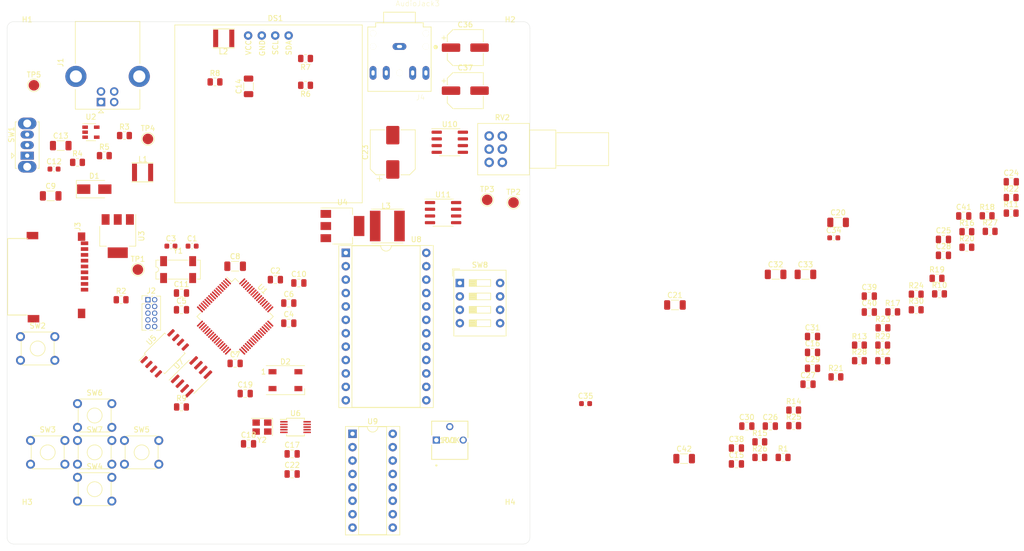
<source format=kicad_pcb>
(kicad_pcb (version 20171130) (host pcbnew "(5.1.8)-1")
  (layers (0 F.Cu signal) (1 In1.Cu signal) (2 In2.Cu signal) (31 B.Cu signal) (34 B.Paste user) (35 F.Paste user) (36 B.SilkS user) (37 F.SilkS user) (38 B.Mask user) (39 F.Mask user) (44 Edge.Cuts user))
  (net 0 "")
  (net 1 "Net-(C1-Pad1)")
  (net 2 GND)
  (net 3 +3V3)
  (net 4 "Net-(C3-Pad1)")
  (net 5 VBUS)
  (net 6 VCC)
  (net 7 "Net-(C12-Pad2)")
  (net 8 VBOOST)
  (net 9 +5V)
  (net 10 +5VA)
  (net 11 "Net-(C28-Pad1)")
  (net 12 "Net-(C31-Pad2)")
  (net 13 PSG_OUT)
  (net 14 BPR)
  (net 15 MOR)
  (net 16 MOL)
  (net 17 BPL)
  (net 18 SELECT_L)
  (net 19 "Net-(C34-Pad1)")
  (net 20 "Net-(C35-Pad1)")
  (net 21 SELECT_R)
  (net 22 "Net-(C36-Pad1)")
  (net 23 "Net-(C36-Pad2)")
  (net 24 "Net-(C37-Pad2)")
  (net 25 "Net-(C37-Pad1)")
  (net 26 "Net-(C38-Pad1)")
  (net 27 "Net-(C39-Pad1)")
  (net 28 "Net-(C40-Pad2)")
  (net 29 LINE_L)
  (net 30 LINE_R)
  (net 31 "Net-(C41-Pad2)")
  (net 32 +2V5)
  (net 33 "Net-(D1-Pad2)")
  (net 34 NEOPIX)
  (net 35 "Net-(D2-Pad1)")
  (net 36 SDA)
  (net 37 SCL)
  (net 38 D-)
  (net 39 D+)
  (net 40 "Net-(J1-Pad5)")
  (net 41 SWDIO)
  (net 42 SWCLK)
  (net 43 SWO)
  (net 44 "Net-(J2-Pad7)")
  (net 45 "Net-(J2-Pad8)")
  (net 46 "Net-(J2-Pad9)")
  (net 47 RESET)
  (net 48 "Net-(J3-Pad8)")
  (net 49 MISO)
  (net 50 SCK)
  (net 51 MOSI)
  (net 52 SS)
  (net 53 "Net-(J3-Pad1)")
  (net 54 "Net-(L2-Pad2)")
  (net 55 SHUTDOWN)
  (net 56 FLASH_CS)
  (net 57 "Net-(R10-Pad2)")
  (net 58 "Net-(R13-Pad1)")
  (net 59 "Net-(R14-Pad1)")
  (net 60 "Net-(R17-Pad2)")
  (net 61 "Net-(R18-Pad2)")
  (net 62 "Net-(R20-Pad2)")
  (net 63 "Net-(R22-Pad2)")
  (net 64 "Net-(J4-PadT)")
  (net 65 "Net-(J4-PadR)")
  (net 66 "Net-(SW1-Pad3)")
  (net 67 "Net-(SW2-Pad2)")
  (net 68 "Net-(SW2-Pad3)")
  (net 69 "Net-(SW3-Pad3)")
  (net 70 "Net-(SW3-Pad2)")
  (net 71 PREV_BTN)
  (net 72 RND_BTN)
  (net 73 "Net-(SW4-Pad2)")
  (net 74 "Net-(SW4-Pad3)")
  (net 75 "Net-(SW5-Pad3)")
  (net 76 "Net-(SW5-Pad2)")
  (net 77 NEXT_BTN)
  (net 78 OPT_BTN)
  (net 79 "Net-(SW6-Pad2)")
  (net 80 "Net-(SW6-Pad3)")
  (net 81 "Net-(SW7-Pad3)")
  (net 82 "Net-(SW7-Pad2)")
  (net 83 SELECT_BTN)
  (net 84 "Net-(TP1-Pad1)")
  (net 85 DAC0)
  (net 86 RXLED)
  (net 87 USB_HOSTEN)
  (net 88 "Net-(U1-Pad13)")
  (net 89 DAC1)
  (net 90 "Net-(U1-Pad15)")
  (net 91 "Net-(U1-Pad16)")
  (net 92 FLASH_IO0)
  (net 93 FLASH_IO1)
  (net 94 FLASH_IO2)
  (net 95 FLASH_IO3)
  (net 96 FLASH_SCK)
  (net 97 YM_IC)
  (net 98 YM_A0)
  (net 99 YM_A1)
  (net 100 YM_WR)
  (net 101 D0)
  (net 102 D1)
  (net 103 D2)
  (net 104 D3)
  (net 105 YM_CS)
  (net 106 "Net-(U1-Pad40)")
  (net 107 D4)
  (net 108 D5)
  (net 109 D6)
  (net 110 D7)
  (net 111 "Net-(U1-Pad50)")
  (net 112 TXLED)
  (net 113 "Net-(U1-Pad55)")
  (net 114 RAM_CS)
  (net 115 "Net-(U6-Pad2)")
  (net 116 "Net-(U6-Pad3)")
  (net 117 "Net-(U6-Pad6)")
  (net 118 PSG_CLK)
  (net 119 YM_CLK)
  (net 120 "Net-(U7-Pad3)")
  (net 121 "Net-(U8-Pad13)")
  (net 122 "Net-(U8-Pad10)")
  (net 123 "Net-(U9-Pad9)")
  (net 124 "Net-(U9-Pad4)")
  (net 125 PSG_WE)
  (net 126 "Net-(RV1-Pad3)")
  (net 127 "Net-(C14-Pad2)")
  (module MountingHole:MountingHole_3.2mm_M3 (layer F.Cu) (at 179.07 137.16)
    (fp_text reference H4 (at 0 -4.2) (layer F.SilkS))
    (fp_text value MountingHole)
    (pad 1 np_thru_hole circle (at 0 0) (size 3.2 3.2) (drill 3.2) (layers *.Cu *.Mask))
  )
  (module MountingHole:MountingHole_3.2mm_M3 (layer F.Cu) (at 87.63 137.16)
    (fp_text reference H3 (at 0 -4.2) (layer F.SilkS))
    (fp_text value MountingHole)
    (pad 1 np_thru_hole circle (at 0 0) (size 3.2 3.2) (drill 3.2) (layers *.Cu *.Mask))
  )
  (module MountingHole:MountingHole_3.2mm_M3 (layer F.Cu) (at 179.07 45.72)
    (fp_text reference H2 (at 0 -4.2) (layer F.SilkS))
    (fp_text value MountingHole)
    (pad 1 np_thru_hole circle (at 0 0) (size 3.2 3.2) (drill 3.2) (layers *.Cu *.Mask))
  )
  (module MountingHole:MountingHole_3.2mm_M3 (layer F.Cu) (at 87.63 45.72)
    (fp_text reference H1 (at 0 -4.2) (layer F.SilkS))
    (fp_text value MountingHole)
    (pad 1 np_thru_hole circle (at 0 0) (size 3.2 3.2) (drill 3.2) (layers *.Cu *.Mask))
  )
  (module custom_oled:oled_128x64 (layer F.Cu) (at 115.57 42.545)
    (fp_text reference DS1 (at 19.05 -1.27) (layer F.SilkS))
    (fp_text value 128x64_I2C_OLED)
    (fp_text user VCC (at 13.96 4.29 270) (layer F.SilkS))
    (fp_text user GND (at 16.57 4.38 90) (layer F.SilkS))
    (fp_text user SCL (at 19.06 4.31 90) (layer F.SilkS))
    (fp_text user SDA (at 21.6 4.34 90) (layer F.SilkS))
    (pad "" np_thru_hole circle (at 2 2) (size 3 3) (drill 3) (layers *.Cu *.Mask))
    (pad "" np_thru_hole circle (at 2 31.7) (size 3 3) (drill 3) (layers *.Cu *.Mask))
    (pad "" np_thru_hole circle (at 33.5 2) (size 3 3) (drill 3) (layers *.Cu *.Mask))
    (pad "" np_thru_hole circle (at 33.5 31.7) (size 3 3) (drill 3) (layers *.Cu *.Mask))
    (pad 1 thru_hole circle (at 13.89 2) (size 1.6 1.6) (drill 0.8) (layers *.Cu *.Mask) (net 127 "Net-(C14-Pad2)"))
    (pad 2 thru_hole circle (at 16.48 2) (size 1.6 1.6) (drill 0.8) (layers *.Cu *.Mask) (net 2 GND))
    (pad 3 thru_hole circle (at 19.02 2) (size 1.6 1.6) (drill 0.8) (layers *.Cu *.Mask) (net 37 SCL))
    (pad 4 thru_hole circle (at 21.56 2) (size 1.6 1.6) (drill 0.8) (layers *.Cu *.Mask) (net 36 SDA))
  )
  (module customMicroSD:SOFNG_TF_15x15_PUSH_PUSH (layer F.Cu) (at 98.425 92.71 90)
    (fp_text reference J3 (at 11.9507 -1.2319 90) (layer F.SilkS))
    (fp_text value Micro_SD_Card)
    (pad "" np_thru_hole circle (at -0.8 -10.055 90) (size 1.1 1.1) (drill 1.1) (layers *.Cu *.Mask))
    (pad "" np_thru_hole circle (at 7.2 -10.055 90) (size 1.1 1.1) (drill 1.1) (layers *.Cu *.Mask))
    (pad "" smd rect (at 10.251 -9.799 90) (size 1.4 2.2) (layers F.Cu F.Paste F.Mask))
    (pad "" smd rect (at -5.499 -9.601 90) (size 1.4 2.2) (layers F.Cu F.Paste F.Mask))
    (pad "" smd rect (at -4.498 -0.5 90) (size 1.8 1.4) (layers F.Cu F.Paste F.Mask))
    (pad "" smd rect (at 10.05 -0.5 90) (size 1.6 1.4) (layers F.Cu F.Paste F.Mask))
    (pad 9 smd rect (at 8.8 0.06 90) (size 0.7 1.4) (layers F.Cu F.Paste F.Mask) (net 2 GND))
    (pad 8 smd rect (at 7.7 0.06 90) (size 0.7 1.4) (layers F.Cu F.Paste F.Mask) (net 48 "Net-(J3-Pad8)"))
    (pad 7 smd rect (at 6.6 0.06 90) (size 0.7 1.4) (layers F.Cu F.Paste F.Mask) (net 49 MISO))
    (pad 6 smd rect (at 5.5 0.06 90) (size 0.7 1.4) (layers F.Cu F.Paste F.Mask) (net 2 GND))
    (pad 5 smd rect (at 4.4 0.06 90) (size 0.7 1.4) (layers F.Cu F.Paste F.Mask) (net 50 SCK))
    (pad 4 smd rect (at 3.3 0.06 90) (size 0.7 1.4) (layers F.Cu F.Paste F.Mask) (net 3 +3V3))
    (pad 3 smd rect (at 2.2 0.06 90) (size 0.7 1.4) (layers F.Cu F.Paste F.Mask) (net 51 MOSI))
    (pad 2 smd rect (at 1.1 0.06 90) (size 0.7 1.4) (layers F.Cu F.Paste F.Mask) (net 52 SS))
    (pad 1 smd rect (at 0 0.06 90) (size 0.7 1.4) (layers F.Cu F.Paste F.Mask) (net 53 "Net-(J3-Pad1)"))
  )
  (module Capacitor_SMD:C_0603_1608Metric (layer F.Cu) (at 118.855001 84.450001)
    (fp_text reference C1 (at 0 -1.43) (layer F.SilkS))
    (fp_text value 22pF)
    (pad 1 smd roundrect (at -0.775 0) (size 0.9 0.95) (layers F.Cu F.Paste F.Mask) (net 1 "Net-(C1-Pad1)"))
    (pad 2 smd roundrect (at 0.775 0) (size 0.9 0.95) (layers F.Cu F.Paste F.Mask) (net 2 GND))
  )
  (module Capacitor_SMD:C_0805_2012Metric (layer F.Cu) (at 134.62 90.805)
    (fp_text reference C2 (at 0 -1.68) (layer F.SilkS))
    (fp_text value 100nF)
    (pad 2 smd roundrect (at 0.95 0) (size 1 1.45) (layers F.Cu F.Paste F.Mask) (net 2 GND))
    (pad 1 smd roundrect (at -0.95 0) (size 1 1.45) (layers F.Cu F.Paste F.Mask) (net 3 +3V3))
  )
  (module Capacitor_SMD:C_0603_1608Metric (layer F.Cu) (at 114.845001 84.450001)
    (fp_text reference C3 (at 0 -1.43) (layer F.SilkS))
    (fp_text value 22pF)
    (pad 1 smd roundrect (at -0.775 0) (size 0.9 0.95) (layers F.Cu F.Paste F.Mask) (net 4 "Net-(C3-Pad1)"))
    (pad 2 smd roundrect (at 0.775 0) (size 0.9 0.95) (layers F.Cu F.Paste F.Mask) (net 2 GND))
  )
  (module Capacitor_SMD:C_0805_2012Metric (layer F.Cu) (at 137.16 99.06)
    (fp_text reference C4 (at 0 -1.68) (layer F.SilkS))
    (fp_text value 100nF)
    (pad 2 smd roundrect (at 0.95 0) (size 1 1.45) (layers F.Cu F.Paste F.Mask) (net 2 GND))
    (pad 1 smd roundrect (at -0.95 0) (size 1 1.45) (layers F.Cu F.Paste F.Mask) (net 3 +3V3))
  )
  (module Capacitor_SMD:C_0805_2012Metric (layer F.Cu) (at 116.84 96.52)
    (fp_text reference C5 (at 0 -1.68) (layer F.SilkS))
    (fp_text value 100nF)
    (pad 2 smd roundrect (at 0.95 0) (size 1 1.45) (layers F.Cu F.Paste F.Mask) (net 2 GND))
    (pad 1 smd roundrect (at -0.95 0) (size 1 1.45) (layers F.Cu F.Paste F.Mask) (net 3 +3V3))
  )
  (module Capacitor_SMD:C_0805_2012Metric (layer F.Cu) (at 137.16 95.25)
    (fp_text reference C6 (at 0 -1.68) (layer F.SilkS))
    (fp_text value 100nF)
    (pad 2 smd roundrect (at 0.95 0) (size 1 1.45) (layers F.Cu F.Paste F.Mask) (net 2 GND))
    (pad 1 smd roundrect (at -0.95 0) (size 1 1.45) (layers F.Cu F.Paste F.Mask) (net 3 +3V3))
  )
  (module Capacitor_SMD:C_0805_2012Metric (layer F.Cu) (at 127 106.68)
    (fp_text reference C7 (at 0 -1.68) (layer F.SilkS))
    (fp_text value 100nF)
    (pad 1 smd roundrect (at -0.95 0) (size 1 1.45) (layers F.Cu F.Paste F.Mask) (net 3 +3V3))
    (pad 2 smd roundrect (at 0.95 0) (size 1 1.45) (layers F.Cu F.Paste F.Mask) (net 2 GND))
  )
  (module Capacitor_SMD:C_1206_3216Metric (layer F.Cu) (at 127 88.265)
    (fp_text reference C8 (at 0 -1.85) (layer F.SilkS))
    (fp_text value 10uF)
    (pad 2 smd roundrect (at 1.475 0) (size 1.15 1.8) (layers F.Cu F.Paste F.Mask) (roundrect_rratio 0.217391) (net 2 GND))
    (pad 1 smd roundrect (at -1.475 0) (size 1.15 1.8) (layers F.Cu F.Paste F.Mask) (roundrect_rratio 0.217391) (net 3 +3V3))
  )
  (module Capacitor_SMD:C_1206_3216Metric (layer F.Cu) (at 92.075 74.93)
    (fp_text reference C9 (at 0 -1.85) (layer F.SilkS))
    (fp_text value 10uF)
    (pad 1 smd roundrect (at -1.475 0) (size 1.15 1.8) (layers F.Cu F.Paste F.Mask) (roundrect_rratio 0.217391) (net 5 VBUS))
    (pad 2 smd roundrect (at 1.475 0) (size 1.15 1.8) (layers F.Cu F.Paste F.Mask) (roundrect_rratio 0.217391) (net 2 GND))
  )
  (module Capacitor_SMD:C_0805_2012Metric (layer F.Cu) (at 139.065 91.44)
    (fp_text reference C10 (at 0 -1.68) (layer F.SilkS))
    (fp_text value 4.7uF)
    (pad 1 smd roundrect (at -0.95 0) (size 1 1.45) (layers F.Cu F.Paste F.Mask) (net 6 VCC))
    (pad 2 smd roundrect (at 0.95 0) (size 1 1.45) (layers F.Cu F.Paste F.Mask) (net 2 GND))
  )
  (module Capacitor_SMD:C_0805_2012Metric (layer F.Cu) (at 116.84 93.345)
    (fp_text reference C11 (at 0 -1.68) (layer F.SilkS))
    (fp_text value 100nF)
    (pad 1 smd roundrect (at -0.95 0) (size 1 1.45) (layers F.Cu F.Paste F.Mask) (net 6 VCC))
    (pad 2 smd roundrect (at 0.95 0) (size 1 1.45) (layers F.Cu F.Paste F.Mask) (net 2 GND))
  )
  (module Capacitor_SMD:C_0603_1608Metric (layer F.Cu) (at 92.71 69.85)
    (fp_text reference C12 (at 0 -1.43) (layer F.SilkS))
    (fp_text value 220pF)
    (pad 2 smd roundrect (at 0.775 0) (size 0.9 0.95) (layers F.Cu F.Paste F.Mask) (net 7 "Net-(C12-Pad2)"))
    (pad 1 smd roundrect (at -0.775 0) (size 0.9 0.95) (layers F.Cu F.Paste F.Mask) (net 8 VBOOST))
  )
  (module Capacitor_SMD:C_1206_3216Metric (layer F.Cu) (at 93.98 65.405)
    (fp_text reference C13 (at 0 -1.85) (layer F.SilkS))
    (fp_text value 10uF)
    (pad 2 smd roundrect (at 1.475 0) (size 1.15 1.8) (layers F.Cu F.Paste F.Mask) (roundrect_rratio 0.217391) (net 2 GND))
    (pad 1 smd roundrect (at -1.475 0) (size 1.15 1.8) (layers F.Cu F.Paste F.Mask) (roundrect_rratio 0.217391) (net 8 VBOOST))
  )
  (module Capacitor_SMD:C_1206_3216Metric (layer F.Cu) (at 129.54 54.18 90)
    (fp_text reference C14 (at 0 -1.85 90) (layer F.SilkS))
    (fp_text value 10uF)
    (pad 1 smd roundrect (at -1.475 0 90) (size 1.15 1.8) (layers F.Cu F.Paste F.Mask) (roundrect_rratio 0.217391) (net 2 GND))
    (pad 2 smd roundrect (at 1.475 0 90) (size 1.15 1.8) (layers F.Cu F.Paste F.Mask) (roundrect_rratio 0.217391) (net 127 "Net-(C14-Pad2)"))
  )
  (module Capacitor_SMD:C_0805_2012Metric (layer F.Cu) (at 221.910001 125.735001)
    (fp_text reference C15 (at 0 -1.68) (layer F.SilkS))
    (fp_text value 100nF)
    (pad 1 smd roundrect (at -0.95 0) (size 1 1.45) (layers F.Cu F.Paste F.Mask) (net 8 VBOOST))
    (pad 2 smd roundrect (at 0.95 0) (size 1 1.45) (layers F.Cu F.Paste F.Mask) (net 2 GND))
  )
  (module Capacitor_SMD:C_0805_2012Metric (layer F.Cu) (at 236.320001 104.595001)
    (fp_text reference C16 (at 0 -1.68) (layer F.SilkS))
    (fp_text value 100nF)
    (pad 2 smd roundrect (at 0.95 0) (size 1 1.45) (layers F.Cu F.Paste F.Mask) (net 2 GND))
    (pad 1 smd roundrect (at -0.95 0) (size 1 1.45) (layers F.Cu F.Paste F.Mask) (net 8 VBOOST))
  )
  (module Capacitor_SMD:C_0805_2012Metric (layer F.Cu) (at 137.795 123.825)
    (fp_text reference C17 (at 0 -1.68) (layer F.SilkS))
    (fp_text value 0.47uF)
    (pad 1 smd roundrect (at -0.95 0) (size 1 1.45) (layers F.Cu F.Paste F.Mask) (net 3 +3V3))
    (pad 2 smd roundrect (at 0.95 0) (size 1 1.45) (layers F.Cu F.Paste F.Mask) (net 2 GND))
  )
  (module Capacitor_SMD:C_0805_2012Metric (layer F.Cu) (at 129.54 121.92)
    (fp_text reference C18 (at 0 -1.68) (layer F.SilkS))
    (fp_text value 100nF)
    (pad 1 smd roundrect (at -0.95 0) (size 1 1.45) (layers F.Cu F.Paste F.Mask) (net 3 +3V3))
    (pad 2 smd roundrect (at 0.95 0) (size 1 1.45) (layers F.Cu F.Paste F.Mask) (net 2 GND))
  )
  (module Capacitor_SMD:C_0805_2012Metric (layer F.Cu) (at 128.905 112.395)
    (fp_text reference C19 (at 0 -1.68) (layer F.SilkS))
    (fp_text value 100nF)
    (pad 2 smd roundrect (at 0.95 0) (size 1 1.45) (layers F.Cu F.Paste F.Mask) (net 2 GND))
    (pad 1 smd roundrect (at -0.95 0) (size 1 1.45) (layers F.Cu F.Paste F.Mask) (net 3 +3V3))
  )
  (module Capacitor_SMD:C_1206_3216Metric (layer F.Cu) (at 241.160001 79.955001)
    (fp_text reference C20 (at 0 -1.85) (layer F.SilkS))
    (fp_text value 10uF)
    (pad 2 smd roundrect (at 1.475 0) (size 1.15 1.8) (layers F.Cu F.Paste F.Mask) (roundrect_rratio 0.217391) (net 2 GND))
    (pad 1 smd roundrect (at -1.475 0) (size 1.15 1.8) (layers F.Cu F.Paste F.Mask) (roundrect_rratio 0.217391) (net 3 +3V3))
  )
  (module Capacitor_SMD:C_1206_3216Metric (layer F.Cu) (at 210.270001 95.605001)
    (fp_text reference C21 (at 0 -1.85) (layer F.SilkS))
    (fp_text value 10uF)
    (pad 1 smd roundrect (at -1.475 0) (size 1.15 1.8) (layers F.Cu F.Paste F.Mask) (roundrect_rratio 0.217391) (net 9 +5V))
    (pad 2 smd roundrect (at 1.475 0) (size 1.15 1.8) (layers F.Cu F.Paste F.Mask) (roundrect_rratio 0.217391) (net 2 GND))
  )
  (module Capacitor_SMD:C_0805_2012Metric (layer F.Cu) (at 137.795 127.635)
    (fp_text reference C22 (at 0 -1.68) (layer F.SilkS))
    (fp_text value 0.47uF)
    (pad 2 smd roundrect (at 0.95 0) (size 1 1.45) (layers F.Cu F.Paste F.Mask) (net 3 +3V3))
    (pad 1 smd roundrect (at -0.95 0) (size 1 1.45) (layers F.Cu F.Paste F.Mask) (net 2 GND))
  )
  (module Capacitor_SMD:CP_Elec_8x10 (layer F.Cu) (at 156.845 66.675 90)
    (fp_text reference C23 (at 0 -5.2 90) (layer F.SilkS))
    (fp_text value 330uF)
    (pad 1 smd roundrect (at -3.25 0 90) (size 3.5 2.5) (layers F.Cu F.Paste F.Mask) (roundrect_rratio 0.1) (net 10 +5VA))
    (pad 2 smd roundrect (at 3.25 0 90) (size 3.5 2.5) (layers F.Cu F.Paste F.Mask) (roundrect_rratio 0.1) (net 2 GND))
  )
  (module Capacitor_SMD:C_0805_2012Metric (layer F.Cu) (at 273.950001 72.265001)
    (fp_text reference C24 (at 0 -1.68) (layer F.SilkS))
    (fp_text value 100nF)
    (pad 1 smd roundrect (at -0.95 0) (size 1 1.45) (layers F.Cu F.Paste F.Mask) (net 2 GND))
    (pad 2 smd roundrect (at 0.95 0) (size 1 1.45) (layers F.Cu F.Paste F.Mask) (net 3 +3V3))
  )
  (module Capacitor_SMD:C_0805_2012Metric (layer F.Cu) (at 261.110001 83.185001)
    (fp_text reference C25 (at 0 -1.68) (layer F.SilkS))
    (fp_text value 100nF)
    (pad 2 smd roundrect (at 0.95 0) (size 1 1.45) (layers F.Cu F.Paste F.Mask) (net 2 GND))
    (pad 1 smd roundrect (at -0.95 0) (size 1 1.45) (layers F.Cu F.Paste F.Mask) (net 10 +5VA))
  )
  (module Capacitor_SMD:C_0805_2012Metric (layer F.Cu) (at 228.330001 118.565001)
    (fp_text reference C26 (at 0 -1.68) (layer F.SilkS))
    (fp_text value 100nF)
    (pad 1 smd roundrect (at -0.95 0) (size 1 1.45) (layers F.Cu F.Paste F.Mask) (net 9 +5V))
    (pad 2 smd roundrect (at 0.95 0) (size 1 1.45) (layers F.Cu F.Paste F.Mask) (net 2 GND))
  )
  (module Capacitor_SMD:C_0805_2012Metric (layer F.Cu) (at 235.470001 110.615001)
    (fp_text reference C27 (at 0 -1.68) (layer F.SilkS))
    (fp_text value 100nF)
    (pad 2 smd roundrect (at 0.95 0) (size 1 1.45) (layers F.Cu F.Paste F.Mask) (net 2 GND))
    (pad 1 smd roundrect (at -0.95 0) (size 1 1.45) (layers F.Cu F.Paste F.Mask) (net 10 +5VA))
  )
  (module Capacitor_SMD:C_0805_2012Metric (layer F.Cu) (at 261.110001 86.195001)
    (fp_text reference C28 (at 0 -1.68) (layer F.SilkS))
    (fp_text value 100nF)
    (pad 2 smd roundrect (at 0.95 0) (size 1 1.45) (layers F.Cu F.Paste F.Mask) (net 2 GND))
    (pad 1 smd roundrect (at -0.95 0) (size 1 1.45) (layers F.Cu F.Paste F.Mask) (net 11 "Net-(C28-Pad1)"))
  )
  (module Capacitor_SMD:C_0805_2012Metric (layer F.Cu) (at 236.320001 107.605001)
    (fp_text reference C29 (at 0 -1.68) (layer F.SilkS))
    (fp_text value 100nF)
    (pad 1 smd roundrect (at -0.95 0) (size 1 1.45) (layers F.Cu F.Paste F.Mask) (net 10 +5VA))
    (pad 2 smd roundrect (at 0.95 0) (size 1 1.45) (layers F.Cu F.Paste F.Mask) (net 2 GND))
  )
  (module Capacitor_SMD:C_0805_2012Metric (layer F.Cu) (at 223.880001 118.565001)
    (fp_text reference C30 (at 0 -1.68) (layer F.SilkS))
    (fp_text value 100nF)
    (pad 1 smd roundrect (at -0.95 0) (size 1 1.45) (layers F.Cu F.Paste F.Mask) (net 10 +5VA))
    (pad 2 smd roundrect (at 0.95 0) (size 1 1.45) (layers F.Cu F.Paste F.Mask) (net 2 GND))
  )
  (module Capacitor_SMD:C_0805_2012Metric (layer F.Cu) (at 236.320001 101.585001)
    (fp_text reference C31 (at 0 -1.68) (layer F.SilkS))
    (fp_text value 1uF)
    (pad 2 smd roundrect (at 0.95 0) (size 1 1.45) (layers F.Cu F.Paste F.Mask) (net 12 "Net-(C31-Pad2)"))
    (pad 1 smd roundrect (at -0.95 0) (size 1 1.45) (layers F.Cu F.Paste F.Mask) (net 13 PSG_OUT))
  )
  (module Capacitor_SMD:C_1206_3216Metric (layer F.Cu) (at 229.330001 89.805001)
    (fp_text reference C32 (at 0 -1.85) (layer F.SilkS))
    (fp_text value 10uF)
    (pad 2 smd roundrect (at 1.475 0) (size 1.15 1.8) (layers F.Cu F.Paste F.Mask) (roundrect_rratio 0.217391) (net 17 BPL))
    (pad 1 smd roundrect (at -1.475 0) (size 1.15 1.8) (layers F.Cu F.Paste F.Mask) (roundrect_rratio 0.217391) (net 16 MOL))
  )
  (module Capacitor_SMD:C_1206_3216Metric (layer F.Cu) (at 234.980001 89.805001)
    (fp_text reference C33 (at 0 -1.85) (layer F.SilkS))
    (fp_text value 10uF)
    (pad 1 smd roundrect (at -1.475 0) (size 1.15 1.8) (layers F.Cu F.Paste F.Mask) (roundrect_rratio 0.217391) (net 15 MOR))
    (pad 2 smd roundrect (at 1.475 0) (size 1.15 1.8) (layers F.Cu F.Paste F.Mask) (roundrect_rratio 0.217391) (net 14 BPR))
  )
  (module Capacitor_SMD:C_0603_1608Metric (layer F.Cu) (at 240.340001 82.885001)
    (fp_text reference C34 (at 0 -1.43) (layer F.SilkS))
    (fp_text value 120pF)
    (pad 2 smd roundrect (at 0.775 0) (size 0.9 0.95) (layers F.Cu F.Paste F.Mask) (net 18 SELECT_L))
    (pad 1 smd roundrect (at -0.775 0) (size 0.9 0.95) (layers F.Cu F.Paste F.Mask) (net 19 "Net-(C34-Pad1)"))
  )
  (module Capacitor_SMD:C_0603_1608Metric (layer F.Cu) (at 193.350001 114.295001)
    (fp_text reference C35 (at 0 -1.43) (layer F.SilkS))
    (fp_text value 120pF)
    (pad 1 smd roundrect (at -0.775 0) (size 0.9 0.95) (layers F.Cu F.Paste F.Mask) (net 20 "Net-(C35-Pad1)"))
    (pad 2 smd roundrect (at 0.775 0) (size 0.9 0.95) (layers F.Cu F.Paste F.Mask) (net 21 SELECT_R))
  )
  (module Capacitor_SMD:CP_Elec_6.3x7.7 (layer F.Cu) (at 170.575001 46.840001)
    (fp_text reference C36 (at 0 -4.35) (layer F.SilkS))
    (fp_text value 100uF)
    (pad 1 smd roundrect (at -2.7 0) (size 3.5 1.6) (layers F.Cu F.Paste F.Mask) (roundrect_rratio 0.15625) (net 22 "Net-(C36-Pad1)"))
    (pad 2 smd roundrect (at 2.7 0) (size 3.5 1.6) (layers F.Cu F.Paste F.Mask) (roundrect_rratio 0.15625) (net 23 "Net-(C36-Pad2)"))
  )
  (module Capacitor_SMD:CP_Elec_6.3x7.7 (layer F.Cu) (at 170.575001 54.990001)
    (fp_text reference C37 (at 0 -4.35) (layer F.SilkS))
    (fp_text value 100uF)
    (pad 2 smd roundrect (at 2.7 0) (size 3.5 1.6) (layers F.Cu F.Paste F.Mask) (roundrect_rratio 0.15625) (net 24 "Net-(C37-Pad2)"))
    (pad 1 smd roundrect (at -2.7 0) (size 3.5 1.6) (layers F.Cu F.Paste F.Mask) (roundrect_rratio 0.15625) (net 25 "Net-(C37-Pad1)"))
  )
  (module Capacitor_SMD:C_0805_2012Metric (layer F.Cu) (at 221.910001 122.725001)
    (fp_text reference C38 (at 0 -1.68) (layer F.SilkS))
    (fp_text value 1uF)
    (pad 1 smd roundrect (at -0.95 0) (size 1 1.45) (layers F.Cu F.Paste F.Mask) (net 26 "Net-(C38-Pad1)"))
    (pad 2 smd roundrect (at 0.95 0) (size 1 1.45) (layers F.Cu F.Paste F.Mask) (net 19 "Net-(C34-Pad1)"))
  )
  (module Capacitor_SMD:C_0805_2012Metric (layer F.Cu) (at 247.070001 93.935001)
    (fp_text reference C39 (at 0 -1.68) (layer F.SilkS))
    (fp_text value 1uF)
    (pad 1 smd roundrect (at -0.95 0) (size 1 1.45) (layers F.Cu F.Paste F.Mask) (net 27 "Net-(C39-Pad1)"))
    (pad 2 smd roundrect (at 0.95 0) (size 1 1.45) (layers F.Cu F.Paste F.Mask) (net 20 "Net-(C35-Pad1)"))
  )
  (module Capacitor_SMD:C_0805_2012Metric (layer F.Cu) (at 247.070001 96.945001)
    (fp_text reference C40 (at 0 -1.68) (layer F.SilkS))
    (fp_text value 1uF)
    (pad 2 smd roundrect (at 0.95 0) (size 1 1.45) (layers F.Cu F.Paste F.Mask) (net 28 "Net-(C40-Pad2)"))
    (pad 1 smd roundrect (at -0.95 0) (size 1 1.45) (layers F.Cu F.Paste F.Mask) (net 29 LINE_L))
  )
  (module Capacitor_SMD:C_0805_2012Metric (layer F.Cu) (at 264.950001 78.735001)
    (fp_text reference C41 (at 0 -1.68) (layer F.SilkS))
    (fp_text value 1uF)
    (pad 1 smd roundrect (at -0.95 0) (size 1 1.45) (layers F.Cu F.Paste F.Mask) (net 30 LINE_R))
    (pad 2 smd roundrect (at 0.95 0) (size 1 1.45) (layers F.Cu F.Paste F.Mask) (net 31 "Net-(C41-Pad2)"))
  )
  (module Capacitor_SMD:C_1206_3216Metric (layer F.Cu) (at 212.010001 124.725001)
    (fp_text reference C42 (at 0 -1.85) (layer F.SilkS))
    (fp_text value 10uF)
    (pad 1 smd roundrect (at -1.475 0) (size 1.15 1.8) (layers F.Cu F.Paste F.Mask) (roundrect_rratio 0.217391) (net 32 +2V5))
    (pad 2 smd roundrect (at 1.475 0) (size 1.15 1.8) (layers F.Cu F.Paste F.Mask) (roundrect_rratio 0.217391) (net 2 GND))
  )
  (module Diode_SMD:D_SMA (layer F.Cu) (at 100.33 73.66)
    (fp_text reference D1 (at 0 -2.5) (layer F.SilkS))
    (fp_text value SS34)
    (pad 1 smd rect (at -2 0) (size 2.5 1.8) (layers F.Cu F.Paste F.Mask) (net 8 VBOOST))
    (pad 2 smd rect (at 2 0) (size 2.5 1.8) (layers F.Cu F.Paste F.Mask) (net 33 "Net-(D1-Pad2)"))
  )
  (module LED_SMD:LED_WS2812B_PLCC4_5.0x5.0mm_P3.2mm (layer F.Cu) (at 136.525 109.855)
    (fp_text reference D2 (at 0 -3.5) (layer F.SilkS))
    (fp_text value NeoPixel_THT)
    (fp_text user 1 (at -4.15 -1.6) (layer F.SilkS))
    (pad 3 smd rect (at 2.45 1.6) (size 1.5 1) (layers F.Cu F.Paste F.Mask) (net 3 +3V3))
    (pad 4 smd rect (at 2.45 -1.6) (size 1.5 1) (layers F.Cu F.Paste F.Mask) (net 34 NEOPIX))
    (pad 2 smd rect (at -2.45 1.6) (size 1.5 1) (layers F.Cu F.Paste F.Mask) (net 2 GND))
    (pad 1 smd rect (at -2.45 -1.6) (size 1.5 1) (layers F.Cu F.Paste F.Mask) (net 35 "Net-(D2-Pad1)"))
  )
  (module Connector_USB:USB_B_Lumberg_2411_02_Horizontal (layer F.Cu) (at 101.6 57.15 90)
    (fp_text reference J1 (at 7.5 -7.65 90) (layer F.SilkS))
    (fp_text value USB_B)
    (pad 1 thru_hole rect (at 0 0 180) (size 1.6 1.6) (drill 0.95) (layers *.Cu *.Mask) (net 5 VBUS))
    (pad 2 thru_hole circle (at 0 2.5 180) (size 1.6 1.6) (drill 0.95) (layers *.Cu *.Mask) (net 38 D-))
    (pad 3 thru_hole circle (at 2 2.5 180) (size 1.6 1.6) (drill 0.95) (layers *.Cu *.Mask) (net 39 D+))
    (pad 4 thru_hole circle (at 2 0 180) (size 1.6 1.6) (drill 0.95) (layers *.Cu *.Mask) (net 2 GND))
    (pad 5 thru_hole circle (at 4.86 7.25 180) (size 4 4) (drill 2.3) (layers *.Cu *.Mask) (net 40 "Net-(J1-Pad5)"))
    (pad 5 thru_hole circle (at 4.86 -4.75 180) (size 4 4) (drill 2.3) (layers *.Cu *.Mask) (net 40 "Net-(J1-Pad5)"))
  )
  (module Connector_PinHeader_1.27mm:PinHeader_2x05_P1.27mm_Vertical (layer F.Cu) (at 110.49 94.615)
    (fp_text reference J2 (at 0.635 -1.695) (layer F.SilkS))
    (fp_text value SWD)
    (pad 1 thru_hole rect (at 0 0) (size 1 1) (drill 0.65) (layers *.Cu *.Mask) (net 3 +3V3))
    (pad 2 thru_hole oval (at 1.27 0) (size 1 1) (drill 0.65) (layers *.Cu *.Mask) (net 41 SWDIO))
    (pad 3 thru_hole oval (at 0 1.27) (size 1 1) (drill 0.65) (layers *.Cu *.Mask) (net 2 GND))
    (pad 4 thru_hole oval (at 1.27 1.27) (size 1 1) (drill 0.65) (layers *.Cu *.Mask) (net 42 SWCLK))
    (pad 5 thru_hole oval (at 0 2.54) (size 1 1) (drill 0.65) (layers *.Cu *.Mask) (net 2 GND))
    (pad 6 thru_hole oval (at 1.27 2.54) (size 1 1) (drill 0.65) (layers *.Cu *.Mask) (net 43 SWO))
    (pad 7 thru_hole oval (at 0 3.81) (size 1 1) (drill 0.65) (layers *.Cu *.Mask) (net 44 "Net-(J2-Pad7)"))
    (pad 8 thru_hole oval (at 1.27 3.81) (size 1 1) (drill 0.65) (layers *.Cu *.Mask) (net 45 "Net-(J2-Pad8)"))
    (pad 9 thru_hole oval (at 0 5.08) (size 1 1) (drill 0.65) (layers *.Cu *.Mask) (net 46 "Net-(J2-Pad9)"))
    (pad 10 thru_hole oval (at 1.27 5.08) (size 1 1) (drill 0.65) (layers *.Cu *.Mask) (net 47 RESET))
  )
  (module "Boom Precision Elec PJ-307C:SWITCHCRAFT_35RAPC4BHN2" (layer F.Cu) (at 158.115 47.625 180)
    (fp_text reference J4 (at -3.97529 -8.66834) (layer F.SilkS) (effects (font (size 1.00386 1.00386) (thickness 0.05))))
    (fp_text value AudioJack3 (at -3.44121 9.13891) (layer F.SilkS) (effects (font (size 1.00249 1.00249) (thickness 0.05))))
    (pad T thru_hole oval (at 5 -4 270) (size 2.6 1.3) (drill oval 1 0.6) (layers *.Cu *.Mask) (net 64 "Net-(J4-PadT)"))
    (pad R thru_hole oval (at -5 -4 270) (size 2.6 1.3) (drill oval 1 0.6) (layers *.Cu *.Mask) (net 65 "Net-(J4-PadR)"))
    (pad 11 thru_hole oval (at -2.5 -4 270) (size 2.6 1.3) (drill oval 1 0.6) (layers *.Cu *.Mask))
    (pad 10 thru_hole oval (at 2.5 -4 270) (size 2.6 1.3) (drill oval 1 0.6) (layers *.Cu *.Mask))
    (pad S thru_hole oval (at 0 1) (size 2.6 1.3) (drill oval 1 0.6) (layers *.Cu *.Mask) (net 2 GND))
    (pad Hole np_thru_hole circle (at 0 -4 180) (size 1.2 1.2) (drill 1.2) (layers *.Cu *.Mask F.SilkS))
    (pad Hole np_thru_hole circle (at -5 1 180) (size 1.2 1.2) (drill 1.2) (layers *.Cu *.Mask F.SilkS))
    (pad Hole np_thru_hole circle (at -5 3.5 180) (size 1.2 1.2) (drill 1.2) (layers *.Cu *.Mask F.SilkS))
    (pad Hole np_thru_hole circle (at 5 1 180) (size 1.2 1.2) (drill 1.2) (layers *.Cu *.Mask F.SilkS))
    (pad Hole np_thru_hole circle (at 5 3.5 180) (size 1.2 1.2) (drill 1.2) (layers *.Cu *.Mask F.SilkS))
  )
  (module custom_inductors:L_4x4 (layer F.Cu) (at 107.95 70.485)
    (fp_text reference L1 (at 1.6 -2.5) (layer F.SilkS))
    (fp_text value 10uH)
    (pad 2 smd rect (at 3.05 0) (size 0.95 3.3) (layers F.Cu F.Paste F.Mask) (net 5 VBUS))
    (pad 1 smd rect (at 0 0) (size 0.95 3.3) (layers F.Cu F.Paste F.Mask) (net 33 "Net-(D1-Pad2)"))
  )
  (module custom_inductors:L_4x4 (layer F.Cu) (at 126.365 45.085 180)
    (fp_text reference L2 (at 1.6 -2.5) (layer F.SilkS))
    (fp_text value 10uH)
    (pad 1 smd rect (at 0 0 180) (size 0.95 3.3) (layers F.Cu F.Paste F.Mask) (net 127 "Net-(C14-Pad2)"))
    (pad 2 smd rect (at 3.05 0 180) (size 0.95 3.3) (layers F.Cu F.Paste F.Mask) (net 54 "Net-(L2-Pad2)"))
  )
  (module custom_inductors:6x6Inductor (layer F.Cu) (at 158.115 80.645 180)
    (fp_text reference L3 (at 2.54 3.81) (layer F.SilkS))
    (fp_text value 100uH)
    (pad 1 smd rect (at 0 0 180) (size 2 5.8) (layers F.Cu F.Paste F.Mask) (net 10 +5VA))
    (pad 2 smd rect (at 4.6 0 180) (size 2 5.8) (layers F.Cu F.Paste F.Mask) (net 9 +5V))
  )
  (module Resistor_SMD:R_0805_2012Metric (layer F.Cu) (at 230.750001 124.495001)
    (fp_text reference R1 (at 0 -1.65) (layer F.SilkS))
    (fp_text value 10K)
    (pad 2 smd roundrect (at 0.9125 0) (size 1.025 1.4) (layers F.Cu F.Paste F.Mask) (roundrect_rratio 0.243902) (net 47 RESET))
    (pad 1 smd roundrect (at -0.9125 0) (size 1.025 1.4) (layers F.Cu F.Paste F.Mask) (roundrect_rratio 0.243902) (net 3 +3V3))
  )
  (module Resistor_SMD:R_0805_2012Metric (layer F.Cu) (at 105.41 94.615)
    (fp_text reference R2 (at 0 -1.65) (layer F.SilkS))
    (fp_text value 10K)
    (pad 2 smd roundrect (at 0.9125 0) (size 1.025 1.4) (layers F.Cu F.Paste F.Mask) (roundrect_rratio 0.243902) (net 42 SWCLK))
    (pad 1 smd roundrect (at -0.9125 0) (size 1.025 1.4) (layers F.Cu F.Paste F.Mask) (roundrect_rratio 0.243902) (net 3 +3V3))
  )
  (module Resistor_SMD:R_0805_2012Metric (layer F.Cu) (at 106.045 63.5)
    (fp_text reference R3 (at 0 -1.65) (layer F.SilkS))
    (fp_text value 51K)
    (pad 2 smd roundrect (at 0.9125 0) (size 1.025 1.4) (layers F.Cu F.Paste F.Mask) (roundrect_rratio 0.243902) (net 55 SHUTDOWN))
    (pad 1 smd roundrect (at -0.9125 0) (size 1.025 1.4) (layers F.Cu F.Paste F.Mask) (roundrect_rratio 0.243902) (net 5 VBUS))
  )
  (module Resistor_SMD:R_0805_2012Metric (layer F.Cu) (at 97.155 68.58)
    (fp_text reference R4 (at 0 -1.65) (layer F.SilkS))
    (fp_text value 12K)
    (pad 2 smd roundrect (at 0.9125 0) (size 1.025 1.4) (layers F.Cu F.Paste F.Mask) (roundrect_rratio 0.243902) (net 7 "Net-(C12-Pad2)"))
    (pad 1 smd roundrect (at -0.9125 0) (size 1.025 1.4) (layers F.Cu F.Paste F.Mask) (roundrect_rratio 0.243902) (net 2 GND))
  )
  (module Resistor_SMD:R_0805_2012Metric (layer F.Cu) (at 102.235 67.31)
    (fp_text reference R5 (at 0 -1.65) (layer F.SilkS))
    (fp_text value 51K)
    (pad 1 smd roundrect (at -0.9125 0) (size 1.025 1.4) (layers F.Cu F.Paste F.Mask) (roundrect_rratio 0.243902) (net 8 VBOOST))
    (pad 2 smd roundrect (at 0.9125 0) (size 1.025 1.4) (layers F.Cu F.Paste F.Mask) (roundrect_rratio 0.243902) (net 7 "Net-(C12-Pad2)"))
  )
  (module Resistor_SMD:R_0805_2012Metric (layer F.Cu) (at 140.335 53.975 180)
    (fp_text reference R6 (at 0 -1.65) (layer F.SilkS))
    (fp_text value 4.7K)
    (pad 1 smd roundrect (at -0.9125 0 180) (size 1.025 1.4) (layers F.Cu F.Paste F.Mask) (roundrect_rratio 0.243902) (net 3 +3V3))
    (pad 2 smd roundrect (at 0.9125 0 180) (size 1.025 1.4) (layers F.Cu F.Paste F.Mask) (roundrect_rratio 0.243902) (net 37 SCL))
  )
  (module Resistor_SMD:R_0805_2012Metric (layer F.Cu) (at 140.335 48.895 180)
    (fp_text reference R7 (at 0 -1.65) (layer F.SilkS))
    (fp_text value 4.7K)
    (pad 1 smd roundrect (at -0.9125 0 180) (size 1.025 1.4) (layers F.Cu F.Paste F.Mask) (roundrect_rratio 0.243902) (net 3 +3V3))
    (pad 2 smd roundrect (at 0.9125 0 180) (size 1.025 1.4) (layers F.Cu F.Paste F.Mask) (roundrect_rratio 0.243902) (net 36 SDA))
  )
  (module Resistor_SMD:R_0805_2012Metric (layer F.Cu) (at 123.19 53.34)
    (fp_text reference R8 (at 0 -1.65) (layer F.SilkS))
    (fp_text value 4.7R)
    (pad 1 smd roundrect (at -0.9125 0) (size 1.025 1.4) (layers F.Cu F.Paste F.Mask) (roundrect_rratio 0.243902) (net 54 "Net-(L2-Pad2)"))
    (pad 2 smd roundrect (at 0.9125 0) (size 1.025 1.4) (layers F.Cu F.Paste F.Mask) (roundrect_rratio 0.243902) (net 3 +3V3))
  )
  (module Resistor_SMD:R_0805_2012Metric (layer F.Cu) (at 116.84 114.935)
    (fp_text reference R9 (at 0 -1.65) (layer F.SilkS))
    (fp_text value 10K)
    (pad 2 smd roundrect (at 0.9125 0) (size 1.025 1.4) (layers F.Cu F.Paste F.Mask) (roundrect_rratio 0.243902) (net 56 FLASH_CS))
    (pad 1 smd roundrect (at -0.9125 0) (size 1.025 1.4) (layers F.Cu F.Paste F.Mask) (roundrect_rratio 0.243902) (net 3 +3V3))
  )
  (module Resistor_SMD:R_0805_2012Metric (layer F.Cu) (at 260.360001 93.505001)
    (fp_text reference R10 (at 0 -1.65) (layer F.SilkS))
    (fp_text value 10K)
    (pad 2 smd roundrect (at 0.9125 0) (size 1.025 1.4) (layers F.Cu F.Paste F.Mask) (roundrect_rratio 0.243902) (net 57 "Net-(R10-Pad2)"))
    (pad 1 smd roundrect (at -0.9125 0) (size 1.025 1.4) (layers F.Cu F.Paste F.Mask) (roundrect_rratio 0.243902) (net 29 LINE_L))
  )
  (module Resistor_SMD:R_0805_2012Metric (layer F.Cu) (at 273.930001 78.195001)
    (fp_text reference R11 (at 0 -1.65) (layer F.SilkS))
    (fp_text value 15K)
    (pad 1 smd roundrect (at -0.9125 0) (size 1.025 1.4) (layers F.Cu F.Paste F.Mask) (roundrect_rratio 0.243902) (net 22 "Net-(C36-Pad1)"))
    (pad 2 smd roundrect (at 0.9125 0) (size 1.025 1.4) (layers F.Cu F.Paste F.Mask) (roundrect_rratio 0.243902) (net 57 "Net-(R10-Pad2)"))
  )
  (module Resistor_SMD:R_0805_2012Metric (layer F.Cu) (at 249.610001 106.165001)
    (fp_text reference R12 (at 0 -1.65) (layer F.SilkS))
    (fp_text value 2K2)
    (pad 1 smd roundrect (at -0.9125 0) (size 1.025 1.4) (layers F.Cu F.Paste F.Mask) (roundrect_rratio 0.243902) (net 2 GND))
    (pad 2 smd roundrect (at 0.9125 0) (size 1.025 1.4) (layers F.Cu F.Paste F.Mask) (roundrect_rratio 0.243902) (net 13 PSG_OUT))
  )
  (module Resistor_SMD:R_0805_2012Metric (layer F.Cu) (at 245.200001 103.215001)
    (fp_text reference R13 (at 0 -1.65) (layer F.SilkS))
    (fp_text value 47K)
    (pad 2 smd roundrect (at 0.9125 0) (size 1.025 1.4) (layers F.Cu F.Paste F.Mask) (roundrect_rratio 0.243902) (net 17 BPL))
    (pad 1 smd roundrect (at -0.9125 0) (size 1.025 1.4) (layers F.Cu F.Paste F.Mask) (roundrect_rratio 0.243902) (net 58 "Net-(R13-Pad1)"))
  )
  (module Resistor_SMD:R_0805_2012Metric (layer F.Cu) (at 232.760001 115.525001)
    (fp_text reference R14 (at 0 -1.65) (layer F.SilkS))
    (fp_text value 47K)
    (pad 1 smd roundrect (at -0.9125 0) (size 1.025 1.4) (layers F.Cu F.Paste F.Mask) (roundrect_rratio 0.243902) (net 59 "Net-(R14-Pad1)"))
    (pad 2 smd roundrect (at 0.9125 0) (size 1.025 1.4) (layers F.Cu F.Paste F.Mask) (roundrect_rratio 0.243902) (net 14 BPR))
  )
  (module Resistor_SMD:R_0805_2012Metric (layer F.Cu) (at 226.340001 121.545001)
    (fp_text reference R15 (at 0 -1.65) (layer F.SilkS))
    (fp_text value 82K)
    (pad 1 smd roundrect (at -0.9125 0) (size 1.025 1.4) (layers F.Cu F.Paste F.Mask) (roundrect_rratio 0.243902) (net 18 SELECT_L))
    (pad 2 smd roundrect (at 0.9125 0) (size 1.025 1.4) (layers F.Cu F.Paste F.Mask) (roundrect_rratio 0.243902) (net 19 "Net-(C34-Pad1)"))
  )
  (module Resistor_SMD:R_0805_2012Metric (layer F.Cu) (at 265.540001 81.715001)
    (fp_text reference R16 (at 0 -1.65) (layer F.SilkS))
    (fp_text value 82K)
    (pad 2 smd roundrect (at 0.9125 0) (size 1.025 1.4) (layers F.Cu F.Paste F.Mask) (roundrect_rratio 0.243902) (net 20 "Net-(C35-Pad1)"))
    (pad 1 smd roundrect (at -0.9125 0) (size 1.025 1.4) (layers F.Cu F.Paste F.Mask) (roundrect_rratio 0.243902) (net 21 SELECT_R))
  )
  (module Resistor_SMD:R_0805_2012Metric (layer F.Cu) (at 251.500001 96.915001)
    (fp_text reference R17 (at 0 -1.65) (layer F.SilkS))
    (fp_text value 2K2)
    (pad 1 smd roundrect (at -0.9125 0) (size 1.025 1.4) (layers F.Cu F.Paste F.Mask) (roundrect_rratio 0.243902) (net 2 GND))
    (pad 2 smd roundrect (at 0.9125 0) (size 1.025 1.4) (layers F.Cu F.Paste F.Mask) (roundrect_rratio 0.243902) (net 60 "Net-(R17-Pad2)"))
  )
  (module Resistor_SMD:R_0805_2012Metric (layer F.Cu) (at 269.380001 78.705001)
    (fp_text reference R18 (at 0 -1.65) (layer F.SilkS))
    (fp_text value 15K)
    (pad 1 smd roundrect (at -0.9125 0) (size 1.025 1.4) (layers F.Cu F.Paste F.Mask) (roundrect_rratio 0.243902) (net 25 "Net-(C37-Pad1)"))
    (pad 2 smd roundrect (at 0.9125 0) (size 1.025 1.4) (layers F.Cu F.Paste F.Mask) (roundrect_rratio 0.243902) (net 61 "Net-(R18-Pad2)"))
  )
  (module Resistor_SMD:R_0805_2012Metric (layer F.Cu) (at 259.890001 90.555001)
    (fp_text reference R19 (at 0 -1.65) (layer F.SilkS))
    (fp_text value 10K)
    (pad 2 smd roundrect (at 0.9125 0) (size 1.025 1.4) (layers F.Cu F.Paste F.Mask) (roundrect_rratio 0.243902) (net 30 LINE_R))
    (pad 1 smd roundrect (at -0.9125 0) (size 1.025 1.4) (layers F.Cu F.Paste F.Mask) (roundrect_rratio 0.243902) (net 61 "Net-(R18-Pad2)"))
  )
  (module Resistor_SMD:R_0805_2012Metric (layer F.Cu) (at 265.540001 84.665001)
    (fp_text reference R20 (at 0 -1.65) (layer F.SilkS))
    (fp_text value 100K)
    (pad 2 smd roundrect (at 0.9125 0) (size 1.025 1.4) (layers F.Cu F.Paste F.Mask) (roundrect_rratio 0.243902) (net 62 "Net-(R20-Pad2)"))
    (pad 1 smd roundrect (at -0.9125 0) (size 1.025 1.4) (layers F.Cu F.Paste F.Mask) (roundrect_rratio 0.243902) (net 18 SELECT_L))
  )
  (module Resistor_SMD:R_0805_2012Metric (layer F.Cu) (at 240.750001 109.235001)
    (fp_text reference R21 (at 0 -1.65) (layer F.SilkS))
    (fp_text value 100K)
    (pad 2 smd roundrect (at 0.9125 0) (size 1.025 1.4) (layers F.Cu F.Paste F.Mask) (roundrect_rratio 0.243902) (net 21 SELECT_R))
    (pad 1 smd roundrect (at -0.9125 0) (size 1.025 1.4) (layers F.Cu F.Paste F.Mask) (roundrect_rratio 0.243902) (net 62 "Net-(R20-Pad2)"))
  )
  (module Resistor_SMD:R_0805_2012Metric (layer F.Cu) (at 273.930001 75.245001)
    (fp_text reference R22 (at 0 -1.65) (layer F.SilkS))
    (fp_text value 2K2)
    (pad 2 smd roundrect (at 0.9125 0) (size 1.025 1.4) (layers F.Cu F.Paste F.Mask) (roundrect_rratio 0.243902) (net 63 "Net-(R22-Pad2)"))
    (pad 1 smd roundrect (at -0.9125 0) (size 1.025 1.4) (layers F.Cu F.Paste F.Mask) (roundrect_rratio 0.243902) (net 2 GND))
  )
  (module Resistor_SMD:R_0805_2012Metric (layer F.Cu) (at 249.650001 99.925001)
    (fp_text reference R23 (at 0 -1.65) (layer F.SilkS))
    (fp_text value 10R)
    (pad 1 smd roundrect (at -0.9125 0) (size 1.025 1.4) (layers F.Cu F.Paste F.Mask) (roundrect_rratio 0.243902) (net 64 "Net-(J4-PadT)"))
    (pad 2 smd roundrect (at 0.9125 0) (size 1.025 1.4) (layers F.Cu F.Paste F.Mask) (roundrect_rratio 0.243902) (net 23 "Net-(C36-Pad2)"))
  )
  (module Resistor_SMD:R_0805_2012Metric (layer F.Cu) (at 255.950001 93.565001)
    (fp_text reference R24 (at 0 -1.65) (layer F.SilkS))
    (fp_text value 10R)
    (pad 1 smd roundrect (at -0.9125 0) (size 1.025 1.4) (layers F.Cu F.Paste F.Mask) (roundrect_rratio 0.243902) (net 65 "Net-(J4-PadR)"))
    (pad 2 smd roundrect (at 0.9125 0) (size 1.025 1.4) (layers F.Cu F.Paste F.Mask) (roundrect_rratio 0.243902) (net 24 "Net-(C37-Pad2)"))
  )
  (module Resistor_SMD:R_0805_2012Metric (layer F.Cu) (at 232.760001 118.475001)
    (fp_text reference R25 (at 0 -1.65) (layer F.SilkS))
    (fp_text value 5K6)
    (pad 1 smd roundrect (at -0.9125 0) (size 1.025 1.4) (layers F.Cu F.Paste F.Mask) (roundrect_rratio 0.243902) (net 18 SELECT_L))
    (pad 2 smd roundrect (at 0.9125 0) (size 1.025 1.4) (layers F.Cu F.Paste F.Mask) (roundrect_rratio 0.243902) (net 58 "Net-(R13-Pad1)"))
  )
  (module Resistor_SMD:R_0805_2012Metric (layer F.Cu) (at 226.340001 124.495001)
    (fp_text reference R26 (at 0 -1.65) (layer F.SilkS))
    (fp_text value 5K6)
    (pad 2 smd roundrect (at 0.9125 0) (size 1.025 1.4) (layers F.Cu F.Paste F.Mask) (roundrect_rratio 0.243902) (net 21 SELECT_R))
    (pad 1 smd roundrect (at -0.9125 0) (size 1.025 1.4) (layers F.Cu F.Paste F.Mask) (roundrect_rratio 0.243902) (net 59 "Net-(R14-Pad1)"))
  )
  (module Resistor_SMD:R_0805_2012Metric (layer F.Cu) (at 269.950001 81.655001)
    (fp_text reference R27 (at 0 -1.65) (layer F.SilkS))
    (fp_text value 10K)
    (pad 2 smd roundrect (at 0.9125 0) (size 1.025 1.4) (layers F.Cu F.Paste F.Mask) (roundrect_rratio 0.243902) (net 64 "Net-(J4-PadT)"))
    (pad 1 smd roundrect (at -0.9125 0) (size 1.025 1.4) (layers F.Cu F.Paste F.Mask) (roundrect_rratio 0.243902) (net 2 GND))
  )
  (module Resistor_SMD:R_0805_2012Metric (layer F.Cu) (at 245.200001 106.165001)
    (fp_text reference R28 (at 0 -1.65) (layer F.SilkS))
    (fp_text value 10K)
    (pad 1 smd roundrect (at -0.9125 0) (size 1.025 1.4) (layers F.Cu F.Paste F.Mask) (roundrect_rratio 0.243902) (net 2 GND))
    (pad 2 smd roundrect (at 0.9125 0) (size 1.025 1.4) (layers F.Cu F.Paste F.Mask) (roundrect_rratio 0.243902) (net 65 "Net-(J4-PadR)"))
  )
  (module Resistor_SMD:R_0805_2012Metric (layer F.Cu) (at 249.610001 103.215001)
    (fp_text reference R29 (at 0 -1.65) (layer F.SilkS))
    (fp_text value 10K)
    (pad 2 smd roundrect (at 0.9125 0) (size 1.025 1.4) (layers F.Cu F.Paste F.Mask) (roundrect_rratio 0.243902) (net 32 +2V5))
    (pad 1 smd roundrect (at -0.9125 0) (size 1.025 1.4) (layers F.Cu F.Paste F.Mask) (roundrect_rratio 0.243902) (net 10 +5VA))
  )
  (module Resistor_SMD:R_0805_2012Metric (layer F.Cu) (at 255.950001 96.515001)
    (fp_text reference R30 (at 0 -1.65) (layer F.SilkS))
    (fp_text value 10K)
    (pad 1 smd roundrect (at -0.9125 0) (size 1.025 1.4) (layers F.Cu F.Paste F.Mask) (roundrect_rratio 0.243902) (net 32 +2V5))
    (pad 2 smd roundrect (at 0.9125 0) (size 1.025 1.4) (layers F.Cu F.Paste F.Mask) (roundrect_rratio 0.243902) (net 2 GND))
  )
  (module bourns:3362P-1-103LF (layer F.Cu) (at 170.18 121.285)
    (fp_text reference RV1 (at -2.54 -0.0381) (layer F.SilkS))
    (fp_text value 100K (at -2.54 -0.0381) (layer F.SilkS))
    (fp_text user * (at 0 0) (layer F.SilkS))
    (pad 1 thru_hole rect (at -5.08 -0.0762) (size 1.3462 1.3462) (drill 0.8382) (layers *.Cu *.Mask) (net 12 "Net-(C31-Pad2)"))
    (pad 2 thru_hole circle (at -2.54 -2.6162) (size 1.3462 1.3462) (drill 0.8382) (layers *.Cu *.Mask) (net 62 "Net-(R20-Pad2)"))
    (pad 3 thru_hole circle (at 0 -0.0762) (size 1.3462 1.3462) (drill 0.8382) (layers *.Cu *.Mask) (net 126 "Net-(RV1-Pad3)"))
  )
  (module Potentiometer_THT:Potentiometer_Alps_RK097_Dual_Horizontal (layer F.Cu) (at 177.595001 68.58)
    (fp_text reference RV2 (at 0 -8.5) (layer F.SilkS))
    (fp_text value 10K)
    (pad 3 thru_hole circle (at 0 -5) (size 1.8 1.8) (drill 1) (layers *.Cu *.Mask) (net 26 "Net-(C38-Pad1)"))
    (pad 2 thru_hole circle (at 0 -2.5) (size 1.8 1.8) (drill 1) (layers *.Cu *.Mask) (net 28 "Net-(C40-Pad2)"))
    (pad 1 thru_hole circle (at 0 0) (size 1.8 1.8) (drill 1) (layers *.Cu *.Mask) (net 2 GND))
    (pad 6 thru_hole circle (at -2.5 -5) (size 1.8 1.8) (drill 1) (layers *.Cu *.Mask) (net 27 "Net-(C39-Pad1)"))
    (pad 5 thru_hole circle (at -2.5 -2.5) (size 1.8 1.8) (drill 1) (layers *.Cu *.Mask) (net 31 "Net-(C41-Pad2)"))
    (pad 4 thru_hole circle (at -2.5 0) (size 1.8 1.8) (drill 1) (layers *.Cu *.Mask) (net 2 GND))
  )
  (module Button_Switch_THT:SW_Slide_1P2T_CK_OS102011MS2Q (layer F.Cu) (at 87.63 67.31 90)
    (fp_text reference SW1 (at 3.99 -2.99 90) (layer F.SilkS))
    (fp_text value SW_SPDT)
    (pad 1 thru_hole rect (at 0 0 90) (size 1.5 2.5) (drill 0.8) (layers *.Cu *.Mask) (net 55 SHUTDOWN))
    (pad 2 thru_hole oval (at 2 0 90) (size 1.5 2.5) (drill 0.8) (layers *.Cu *.Mask) (net 2 GND))
    (pad 3 thru_hole oval (at 4 0 90) (size 1.5 2.5) (drill 0.8) (layers *.Cu *.Mask) (net 66 "Net-(SW1-Pad3)"))
    (pad "" thru_hole oval (at -2.1 0 90) (size 2.2 3.5) (drill 1.5) (layers *.Cu *.Mask))
    (pad "" thru_hole oval (at 6.1 0 90) (size 2.2 3.5) (drill 1.5) (layers *.Cu *.Mask))
  )
  (module Button_Switch_THT:SW_TH_Tactile_Omron_B3F-10xx (layer F.Cu) (at 86.36 101.6)
    (fp_text reference SW2 (at 3.25 -2.05) (layer F.SilkS))
    (fp_text value SW_Push_Dual)
    (pad 1 thru_hole circle (at 0 0) (size 1.7 1.7) (drill 1) (layers *.Cu *.Mask) (net 47 RESET))
    (pad 2 thru_hole circle (at 6.5 0) (size 1.7 1.7) (drill 1) (layers *.Cu *.Mask) (net 67 "Net-(SW2-Pad2)"))
    (pad 3 thru_hole circle (at 0 4.5) (size 1.7 1.7) (drill 1) (layers *.Cu *.Mask) (net 68 "Net-(SW2-Pad3)"))
    (pad 4 thru_hole circle (at 6.5 4.5) (size 1.7 1.7) (drill 1) (layers *.Cu *.Mask) (net 2 GND))
  )
  (module Button_Switch_THT:SW_TH_Tactile_Omron_B3F-10xx (layer F.Cu) (at 88.265 121.285)
    (fp_text reference SW3 (at 3.25 -2.05) (layer F.SilkS))
    (fp_text value SW_Push_Dual)
    (pad 4 thru_hole circle (at 6.5 4.5) (size 1.7 1.7) (drill 1) (layers *.Cu *.Mask) (net 2 GND))
    (pad 3 thru_hole circle (at 0 4.5) (size 1.7 1.7) (drill 1) (layers *.Cu *.Mask) (net 69 "Net-(SW3-Pad3)"))
    (pad 2 thru_hole circle (at 6.5 0) (size 1.7 1.7) (drill 1) (layers *.Cu *.Mask) (net 70 "Net-(SW3-Pad2)"))
    (pad 1 thru_hole circle (at 0 0) (size 1.7 1.7) (drill 1) (layers *.Cu *.Mask) (net 71 PREV_BTN))
  )
  (module Button_Switch_THT:SW_TH_Tactile_Omron_B3F-10xx (layer F.Cu) (at 97.155 128.27)
    (fp_text reference SW4 (at 3.25 -2.05) (layer F.SilkS))
    (fp_text value SW_Push_Dual)
    (pad 1 thru_hole circle (at 0 0) (size 1.7 1.7) (drill 1) (layers *.Cu *.Mask) (net 72 RND_BTN))
    (pad 2 thru_hole circle (at 6.5 0) (size 1.7 1.7) (drill 1) (layers *.Cu *.Mask) (net 73 "Net-(SW4-Pad2)"))
    (pad 3 thru_hole circle (at 0 4.5) (size 1.7 1.7) (drill 1) (layers *.Cu *.Mask) (net 74 "Net-(SW4-Pad3)"))
    (pad 4 thru_hole circle (at 6.5 4.5) (size 1.7 1.7) (drill 1) (layers *.Cu *.Mask) (net 2 GND))
  )
  (module Button_Switch_THT:SW_TH_Tactile_Omron_B3F-10xx (layer F.Cu) (at 106.045 121.285)
    (fp_text reference SW5 (at 3.25 -2.05) (layer F.SilkS))
    (fp_text value SW_Push_Dual)
    (pad 4 thru_hole circle (at 6.5 4.5) (size 1.7 1.7) (drill 1) (layers *.Cu *.Mask) (net 2 GND))
    (pad 3 thru_hole circle (at 0 4.5) (size 1.7 1.7) (drill 1) (layers *.Cu *.Mask) (net 75 "Net-(SW5-Pad3)"))
    (pad 2 thru_hole circle (at 6.5 0) (size 1.7 1.7) (drill 1) (layers *.Cu *.Mask) (net 76 "Net-(SW5-Pad2)"))
    (pad 1 thru_hole circle (at 0 0) (size 1.7 1.7) (drill 1) (layers *.Cu *.Mask) (net 77 NEXT_BTN))
  )
  (module Button_Switch_THT:SW_TH_Tactile_Omron_B3F-10xx (layer F.Cu) (at 97.155 114.3)
    (fp_text reference SW6 (at 3.25 -2.05) (layer F.SilkS))
    (fp_text value SW_Push_Dual)
    (pad 1 thru_hole circle (at 0 0) (size 1.7 1.7) (drill 1) (layers *.Cu *.Mask) (net 78 OPT_BTN))
    (pad 2 thru_hole circle (at 6.5 0) (size 1.7 1.7) (drill 1) (layers *.Cu *.Mask) (net 79 "Net-(SW6-Pad2)"))
    (pad 3 thru_hole circle (at 0 4.5) (size 1.7 1.7) (drill 1) (layers *.Cu *.Mask) (net 80 "Net-(SW6-Pad3)"))
    (pad 4 thru_hole circle (at 6.5 4.5) (size 1.7 1.7) (drill 1) (layers *.Cu *.Mask) (net 2 GND))
  )
  (module Button_Switch_THT:SW_TH_Tactile_Omron_B3F-10xx (layer F.Cu) (at 97.155 121.285)
    (fp_text reference SW7 (at 3.25 -2.05) (layer F.SilkS))
    (fp_text value SW_Push_Dual)
    (pad 4 thru_hole circle (at 6.5 4.5) (size 1.7 1.7) (drill 1) (layers *.Cu *.Mask) (net 2 GND))
    (pad 3 thru_hole circle (at 0 4.5) (size 1.7 1.7) (drill 1) (layers *.Cu *.Mask) (net 81 "Net-(SW7-Pad3)"))
    (pad 2 thru_hole circle (at 6.5 0) (size 1.7 1.7) (drill 1) (layers *.Cu *.Mask) (net 82 "Net-(SW7-Pad2)"))
    (pad 1 thru_hole circle (at 0 0) (size 1.7 1.7) (drill 1) (layers *.Cu *.Mask) (net 83 SELECT_BTN))
  )
  (module Button_Switch_THT:SW_DIP_SPSTx04_Slide_9.78x12.34mm_W7.62mm_P2.54mm (layer F.Cu) (at 169.545 91.44)
    (fp_text reference SW8 (at 3.81 -3.42) (layer F.SilkS))
    (fp_text value YM_SELECTION)
    (pad 1 thru_hole rect (at 0 0) (size 1.6 1.6) (drill 0.8) (layers *.Cu *.Mask) (net 16 MOL))
    (pad 5 thru_hole oval (at 7.62 7.62) (size 1.6 1.6) (drill 0.8) (layers *.Cu *.Mask) (net 58 "Net-(R13-Pad1)"))
    (pad 2 thru_hole oval (at 0 2.54) (size 1.6 1.6) (drill 0.8) (layers *.Cu *.Mask) (net 14 BPR))
    (pad 6 thru_hole oval (at 7.62 5.08) (size 1.6 1.6) (drill 0.8) (layers *.Cu *.Mask) (net 60 "Net-(R17-Pad2)"))
    (pad 3 thru_hole oval (at 0 5.08) (size 1.6 1.6) (drill 0.8) (layers *.Cu *.Mask) (net 15 MOR))
    (pad 7 thru_hole oval (at 7.62 2.54) (size 1.6 1.6) (drill 0.8) (layers *.Cu *.Mask) (net 59 "Net-(R14-Pad1)"))
    (pad 4 thru_hole oval (at 0 7.62) (size 1.6 1.6) (drill 0.8) (layers *.Cu *.Mask) (net 17 BPL))
    (pad 8 thru_hole oval (at 7.62 0) (size 1.6 1.6) (drill 0.8) (layers *.Cu *.Mask) (net 63 "Net-(R22-Pad2)"))
  )
  (module TestPoint:TestPoint_Pad_D2.0mm (layer F.Cu) (at 108.585 88.9)
    (fp_text reference TP1 (at 0 -1.998) (layer F.SilkS))
    (fp_text value DEBUG)
    (pad 1 smd circle (at 0 0) (size 2 2) (layers F.Cu F.Mask) (net 84 "Net-(TP1-Pad1)"))
  )
  (module TestPoint:TestPoint_Pad_D2.0mm (layer F.Cu) (at 179.705 76.2)
    (fp_text reference TP2 (at 0 -1.998) (layer F.SilkS))
    (fp_text value LINE_L)
    (pad 1 smd circle (at 0 0) (size 2 2) (layers F.Cu F.Mask) (net 29 LINE_L))
  )
  (module TestPoint:TestPoint_Pad_D2.0mm (layer F.Cu) (at 174.725001 75.680001)
    (fp_text reference TP3 (at 0 -1.998) (layer F.SilkS))
    (fp_text value LINE_R)
    (pad 1 smd circle (at 0 0) (size 2 2) (layers F.Cu F.Mask) (net 30 LINE_R))
  )
  (module TestPoint:TestPoint_Pad_D2.0mm (layer F.Cu) (at 110.49 64.135)
    (fp_text reference TP4 (at 0 -1.998) (layer F.SilkS))
    (fp_text value VBOOST)
    (pad 1 smd circle (at 0 0) (size 2 2) (layers F.Cu F.Mask) (net 8 VBOOST))
  )
  (module TestPoint:TestPoint_Pad_D2.0mm (layer F.Cu) (at 88.9 53.975)
    (fp_text reference TP5 (at 0 -1.998) (layer F.SilkS))
    (fp_text value VBUS)
    (pad 1 smd circle (at 0 0) (size 2 2) (layers F.Cu F.Mask) (net 5 VBUS))
  )
  (module Package_QFP:TQFP-64_10x10mm_P0.5mm (layer F.Cu) (at 127 97.79 315)
    (fp_text reference U1 (at 0 -7.35 135) (layer F.SilkS))
    (fp_text value ATSAMD51J19A-A)
    (pad 1 smd roundrect (at -5.6625 -3.75 315) (size 1.475 0.3) (layers F.Cu F.Paste F.Mask) (net 1 "Net-(C1-Pad1)"))
    (pad 2 smd roundrect (at -5.6625 -3.25 315) (size 1.475 0.3) (layers F.Cu F.Paste F.Mask) (net 4 "Net-(C3-Pad1)"))
    (pad 3 smd roundrect (at -5.6625 -2.75 315) (size 1.475 0.3) (layers F.Cu F.Paste F.Mask) (net 85 DAC0))
    (pad 4 smd roundrect (at -5.6625 -2.25 315) (size 1.475 0.3) (layers F.Cu F.Paste F.Mask) (net 3 +3V3))
    (pad 5 smd roundrect (at -5.6625 -1.75 315) (size 1.475 0.3) (layers F.Cu F.Paste F.Mask) (net 77 NEXT_BTN))
    (pad 6 smd roundrect (at -5.6625 -1.25 315) (size 1.475 0.3) (layers F.Cu F.Paste F.Mask) (net 78 OPT_BTN))
    (pad 7 smd roundrect (at -5.6625 -0.75 315) (size 1.475 0.3) (layers F.Cu F.Paste F.Mask) (net 2 GND))
    (pad 8 smd roundrect (at -5.6625 -0.25 315) (size 1.475 0.3) (layers F.Cu F.Paste F.Mask) (net 3 +3V3))
    (pad 9 smd roundrect (at -5.6625 0.25 315) (size 1.475 0.3) (layers F.Cu F.Paste F.Mask) (net 86 RXLED))
    (pad 10 smd roundrect (at -5.6625 0.75 315) (size 1.475 0.3) (layers F.Cu F.Paste F.Mask) (net 87 USB_HOSTEN))
    (pad 11 smd roundrect (at -5.6625 1.25 315) (size 1.475 0.3) (layers F.Cu F.Paste F.Mask) (net 84 "Net-(TP1-Pad1)"))
    (pad 12 smd roundrect (at -5.6625 1.75 315) (size 1.475 0.3) (layers F.Cu F.Paste F.Mask) (net 83 SELECT_BTN))
    (pad 13 smd roundrect (at -5.6625 2.25 315) (size 1.475 0.3) (layers F.Cu F.Paste F.Mask) (net 88 "Net-(U1-Pad13)"))
    (pad 14 smd roundrect (at -5.6625 2.75 315) (size 1.475 0.3) (layers F.Cu F.Paste F.Mask) (net 89 DAC1))
    (pad 15 smd roundrect (at -5.6625 3.25 315) (size 1.475 0.3) (layers F.Cu F.Paste F.Mask) (net 90 "Net-(U1-Pad15)"))
    (pad 16 smd roundrect (at -5.6625 3.75 315) (size 1.475 0.3) (layers F.Cu F.Paste F.Mask) (net 91 "Net-(U1-Pad16)"))
    (pad 17 smd roundrect (at -3.75 5.6625 315) (size 0.3 1.475) (layers F.Cu F.Paste F.Mask) (net 92 FLASH_IO0))
    (pad 18 smd roundrect (at -3.25 5.6625 315) (size 0.3 1.475) (layers F.Cu F.Paste F.Mask) (net 93 FLASH_IO1))
    (pad 19 smd roundrect (at -2.75 5.6625 315) (size 0.3 1.475) (layers F.Cu F.Paste F.Mask) (net 94 FLASH_IO2))
    (pad 20 smd roundrect (at -2.25 5.6625 315) (size 0.3 1.475) (layers F.Cu F.Paste F.Mask) (net 95 FLASH_IO3))
    (pad 21 smd roundrect (at -1.75 5.6625 315) (size 0.3 1.475) (layers F.Cu F.Paste F.Mask) (net 3 +3V3))
    (pad 22 smd roundrect (at -1.25 5.6625 315) (size 0.3 1.475) (layers F.Cu F.Paste F.Mask) (net 2 GND))
    (pad 23 smd roundrect (at -0.75 5.6625 315) (size 0.3 1.475) (layers F.Cu F.Paste F.Mask) (net 96 FLASH_SCK))
    (pad 24 smd roundrect (at -0.25 5.6625 315) (size 0.3 1.475) (layers F.Cu F.Paste F.Mask) (net 56 FLASH_CS))
    (pad 25 smd roundrect (at 0.25 5.6625 315) (size 0.3 1.475) (layers F.Cu F.Paste F.Mask) (net 97 YM_IC))
    (pad 26 smd roundrect (at 0.75 5.6625 315) (size 0.3 1.475) (layers F.Cu F.Paste F.Mask) (net 98 YM_A0))
    (pad 27 smd roundrect (at 1.25 5.6625 315) (size 0.3 1.475) (layers F.Cu F.Paste F.Mask) (net 99 YM_A1))
    (pad 28 smd roundrect (at 1.75 5.6625 315) (size 0.3 1.475) (layers F.Cu F.Paste F.Mask) (net 100 YM_WR))
    (pad 29 smd roundrect (at 2.25 5.6625 315) (size 0.3 1.475) (layers F.Cu F.Paste F.Mask) (net 51 MOSI))
    (pad 30 smd roundrect (at 2.75 5.6625 315) (size 0.3 1.475) (layers F.Cu F.Paste F.Mask) (net 50 SCK))
    (pad 31 smd roundrect (at 3.25 5.6625 315) (size 0.3 1.475) (layers F.Cu F.Paste F.Mask) (net 49 MISO))
    (pad 32 smd roundrect (at 3.75 5.6625 315) (size 0.3 1.475) (layers F.Cu F.Paste F.Mask) (net 52 SS))
    (pad 33 smd roundrect (at 5.6625 3.75 315) (size 1.475 0.3) (layers F.Cu F.Paste F.Mask) (net 2 GND))
    (pad 34 smd roundrect (at 5.6625 3.25 315) (size 1.475 0.3) (layers F.Cu F.Paste F.Mask) (net 3 +3V3))
    (pad 35 smd roundrect (at 5.6625 2.75 315) (size 1.475 0.3) (layers F.Cu F.Paste F.Mask) (net 101 D0))
    (pad 36 smd roundrect (at 5.6625 2.25 315) (size 1.475 0.3) (layers F.Cu F.Paste F.Mask) (net 102 D1))
    (pad 37 smd roundrect (at 5.6625 1.75 315) (size 1.475 0.3) (layers F.Cu F.Paste F.Mask) (net 103 D2))
    (pad 38 smd roundrect (at 5.6625 1.25 315) (size 1.475 0.3) (layers F.Cu F.Paste F.Mask) (net 104 D3))
    (pad 39 smd roundrect (at 5.6625 0.75 315) (size 1.475 0.3) (layers F.Cu F.Paste F.Mask) (net 105 YM_CS))
    (pad 40 smd roundrect (at 5.6625 0.25 315) (size 1.475 0.3) (layers F.Cu F.Paste F.Mask) (net 106 "Net-(U1-Pad40)"))
    (pad 41 smd roundrect (at 5.6625 -0.25 315) (size 1.475 0.3) (layers F.Cu F.Paste F.Mask) (net 107 D4))
    (pad 42 smd roundrect (at 5.6625 -0.75 315) (size 1.475 0.3) (layers F.Cu F.Paste F.Mask) (net 108 D5))
    (pad 43 smd roundrect (at 5.6625 -1.25 315) (size 1.475 0.3) (layers F.Cu F.Paste F.Mask) (net 109 D6))
    (pad 44 smd roundrect (at 5.6625 -1.75 315) (size 1.475 0.3) (layers F.Cu F.Paste F.Mask) (net 110 D7))
    (pad 45 smd roundrect (at 5.6625 -2.25 315) (size 1.475 0.3) (layers F.Cu F.Paste F.Mask) (net 38 D-))
    (pad 46 smd roundrect (at 5.6625 -2.75 315) (size 1.475 0.3) (layers F.Cu F.Paste F.Mask) (net 39 D+))
    (pad 47 smd roundrect (at 5.6625 -3.25 315) (size 1.475 0.3) (layers F.Cu F.Paste F.Mask) (net 2 GND))
    (pad 48 smd roundrect (at 5.6625 -3.75 315) (size 1.475 0.3) (layers F.Cu F.Paste F.Mask) (net 3 +3V3))
    (pad 49 smd roundrect (at 3.75 -5.6625 315) (size 0.3 1.475) (layers F.Cu F.Paste F.Mask) (net 34 NEOPIX))
    (pad 50 smd roundrect (at 3.25 -5.6625 315) (size 0.3 1.475) (layers F.Cu F.Paste F.Mask) (net 111 "Net-(U1-Pad50)"))
    (pad 51 smd roundrect (at 2.75 -5.6625 315) (size 0.3 1.475) (layers F.Cu F.Paste F.Mask) (net 112 TXLED))
    (pad 52 smd roundrect (at 2.25 -5.6625 315) (size 0.3 1.475) (layers F.Cu F.Paste F.Mask) (net 47 RESET))
    (pad 53 smd roundrect (at 1.75 -5.6625 315) (size 0.3 1.475) (layers F.Cu F.Paste F.Mask) (net 6 VCC))
    (pad 54 smd roundrect (at 1.25 -5.6625 315) (size 0.3 1.475) (layers F.Cu F.Paste F.Mask) (net 2 GND))
    (pad 55 smd roundrect (at 0.75 -5.6625 315) (size 0.3 1.475) (layers F.Cu F.Paste F.Mask) (net 113 "Net-(U1-Pad55)"))
    (pad 56 smd roundrect (at 0.25 -5.6625 315) (size 0.3 1.475) (layers F.Cu F.Paste F.Mask) (net 3 +3V3))
    (pad 57 smd roundrect (at -0.25 -5.6625 315) (size 0.3 1.475) (layers F.Cu F.Paste F.Mask) (net 42 SWCLK))
    (pad 58 smd roundrect (at -0.75 -5.6625 315) (size 0.3 1.475) (layers F.Cu F.Paste F.Mask) (net 41 SWDIO))
    (pad 59 smd roundrect (at -1.25 -5.6625 315) (size 0.3 1.475) (layers F.Cu F.Paste F.Mask) (net 43 SWO))
    (pad 60 smd roundrect (at -1.75 -5.6625 315) (size 0.3 1.475) (layers F.Cu F.Paste F.Mask) (net 114 RAM_CS))
    (pad 61 smd roundrect (at -2.25 -5.6625 315) (size 0.3 1.475) (layers F.Cu F.Paste F.Mask) (net 71 PREV_BTN))
    (pad 62 smd roundrect (at -2.75 -5.6625 315) (size 0.3 1.475) (layers F.Cu F.Paste F.Mask) (net 72 RND_BTN))
    (pad 63 smd roundrect (at -3.25 -5.6625 315) (size 0.3 1.475) (layers F.Cu F.Paste F.Mask) (net 36 SDA))
    (pad 64 smd roundrect (at -3.75 -5.6625 315) (size 0.3 1.475) (layers F.Cu F.Paste F.Mask) (net 37 SCL))
  )
  (module Package_TO_SOT_SMD:SOT-23-5 (layer F.Cu) (at 99.695 62.865)
    (fp_text reference U2 (at 0 -2.9) (layer F.SilkS))
    (fp_text value LM2733XMF)
    (pad 1 smd rect (at -1.1 -0.95) (size 1.06 0.65) (layers F.Cu F.Paste F.Mask) (net 33 "Net-(D1-Pad2)"))
    (pad 2 smd rect (at -1.1 0) (size 1.06 0.65) (layers F.Cu F.Paste F.Mask) (net 2 GND))
    (pad 3 smd rect (at -1.1 0.95) (size 1.06 0.65) (layers F.Cu F.Paste F.Mask) (net 7 "Net-(C12-Pad2)"))
    (pad 4 smd rect (at 1.1 0.95) (size 1.06 0.65) (layers F.Cu F.Paste F.Mask) (net 55 SHUTDOWN))
    (pad 5 smd rect (at 1.1 -0.95) (size 1.06 0.65) (layers F.Cu F.Paste F.Mask) (net 5 VBUS))
  )
  (module Package_TO_SOT_SMD:SOT-223-3_TabPin2 (layer F.Cu) (at 104.775 82.55 270)
    (fp_text reference U3 (at 0 -4.5 90) (layer F.SilkS))
    (fp_text value LD1117S33TR_SOT223)
    (pad 2 smd rect (at 3.15 0 270) (size 2 3.8) (layers F.Cu F.Paste F.Mask) (net 3 +3V3))
    (pad 2 smd rect (at -3.15 0 270) (size 2 1.5) (layers F.Cu F.Paste F.Mask) (net 3 +3V3))
    (pad 3 smd rect (at -3.15 2.3 270) (size 2 1.5) (layers F.Cu F.Paste F.Mask) (net 8 VBOOST))
    (pad 1 smd rect (at -3.15 -2.3 270) (size 2 1.5) (layers F.Cu F.Paste F.Mask) (net 2 GND))
  )
  (module Package_TO_SOT_SMD:SOT-223-3_TabPin2 (layer F.Cu) (at 147.32 80.645)
    (fp_text reference U4 (at 0 -4.5) (layer F.SilkS))
    (fp_text value LD1117S50TR_SOT223)
    (pad 1 smd rect (at -3.15 -2.3) (size 2 1.5) (layers F.Cu F.Paste F.Mask) (net 2 GND))
    (pad 3 smd rect (at -3.15 2.3) (size 2 1.5) (layers F.Cu F.Paste F.Mask) (net 8 VBOOST))
    (pad 2 smd rect (at -3.15 0) (size 2 1.5) (layers F.Cu F.Paste F.Mask) (net 9 +5V))
    (pad 2 smd rect (at 3.15 0) (size 2 3.8) (layers F.Cu F.Paste F.Mask) (net 9 +5V))
  )
  (module Package_SO:SOIC-8_5.23x5.23mm_P1.27mm (layer F.Cu) (at 113.665 104.775 45)
    (fp_text reference U5 (at 0 -3.56 45) (layer F.SilkS))
    (fp_text value W25Q32JVSS)
    (pad 1 smd roundrect (at -3.6 -1.905 45) (size 1.6 0.6) (layers F.Cu F.Paste F.Mask) (net 56 FLASH_CS))
    (pad 2 smd roundrect (at -3.6 -0.635 45) (size 1.6 0.6) (layers F.Cu F.Paste F.Mask) (net 93 FLASH_IO1))
    (pad 3 smd roundrect (at -3.6 0.635 45) (size 1.6 0.6) (layers F.Cu F.Paste F.Mask) (net 94 FLASH_IO2))
    (pad 4 smd roundrect (at -3.6 1.905 45) (size 1.6 0.6) (layers F.Cu F.Paste F.Mask) (net 2 GND))
    (pad 5 smd roundrect (at 3.6 1.905 45) (size 1.6 0.6) (layers F.Cu F.Paste F.Mask) (net 92 FLASH_IO0))
    (pad 6 smd roundrect (at 3.6 0.635 45) (size 1.6 0.6) (layers F.Cu F.Paste F.Mask) (net 96 FLASH_SCK))
    (pad 7 smd roundrect (at 3.6 -0.635 45) (size 1.6 0.6) (layers F.Cu F.Paste F.Mask) (net 95 FLASH_IO3))
    (pad 8 smd roundrect (at 3.6 -1.905 45) (size 1.6 0.6) (layers F.Cu F.Paste F.Mask) (net 3 +3V3))
  )
  (module Package_SO:MSOP-10_3x3mm_P0.5mm (layer F.Cu) (at 138.43 118.745)
    (fp_text reference U6 (at 0 -2.6) (layer F.SilkS))
    (fp_text value Si5351A-B-GT)
    (pad 1 smd rect (at -2.2 -1) (size 1.4 0.3) (layers F.Cu F.Paste F.Mask) (net 3 +3V3))
    (pad 2 smd rect (at -2.2 -0.5) (size 1.4 0.3) (layers F.Cu F.Paste F.Mask) (net 115 "Net-(U6-Pad2)"))
    (pad 3 smd rect (at -2.2 0) (size 1.4 0.3) (layers F.Cu F.Paste F.Mask) (net 116 "Net-(U6-Pad3)"))
    (pad 4 smd rect (at -2.2 0.5) (size 1.4 0.3) (layers F.Cu F.Paste F.Mask) (net 37 SCL))
    (pad 5 smd rect (at -2.2 1) (size 1.4 0.3) (layers F.Cu F.Paste F.Mask) (net 36 SDA))
    (pad 6 smd rect (at 2.2 1) (size 1.4 0.3) (layers F.Cu F.Paste F.Mask) (net 117 "Net-(U6-Pad6)"))
    (pad 7 smd rect (at 2.2 0.5) (size 1.4 0.3) (layers F.Cu F.Paste F.Mask) (net 3 +3V3))
    (pad 8 smd rect (at 2.2 0) (size 1.4 0.3) (layers F.Cu F.Paste F.Mask) (net 2 GND))
    (pad 9 smd rect (at 2.2 -0.5) (size 1.4 0.3) (layers F.Cu F.Paste F.Mask) (net 118 PSG_CLK))
    (pad 10 smd rect (at 2.2 -1) (size 1.4 0.3) (layers F.Cu F.Paste F.Mask) (net 119 YM_CLK))
  )
  (module Package_SO:SOIC-8_3.9x4.9mm_P1.27mm (layer F.Cu) (at 118.745 109.22 45)
    (fp_text reference U7 (at 0 -3.4 45) (layer F.SilkS))
    (fp_text value RAM_EXP)
    (pad 1 smd roundrect (at -2.475 -1.905 45) (size 1.95 0.6) (layers F.Cu F.Paste F.Mask) (net 114 RAM_CS))
    (pad 2 smd roundrect (at -2.475 -0.635 45) (size 1.95 0.6) (layers F.Cu F.Paste F.Mask) (net 49 MISO))
    (pad 3 smd roundrect (at -2.475 0.635 45) (size 1.95 0.6) (layers F.Cu F.Paste F.Mask) (net 120 "Net-(U7-Pad3)"))
    (pad 4 smd roundrect (at -2.475 1.905 45) (size 1.95 0.6) (layers F.Cu F.Paste F.Mask) (net 2 GND))
    (pad 5 smd roundrect (at 2.475 1.905 45) (size 1.95 0.6) (layers F.Cu F.Paste F.Mask) (net 51 MOSI))
    (pad 6 smd roundrect (at 2.475 0.635 45) (size 1.95 0.6) (layers F.Cu F.Paste F.Mask) (net 50 SCK))
    (pad 7 smd roundrect (at 2.475 -0.635 45) (size 1.95 0.6) (layers F.Cu F.Paste F.Mask) (net 3 +3V3))
    (pad 8 smd roundrect (at 2.475 -1.905 45) (size 1.95 0.6) (layers F.Cu F.Paste F.Mask) (net 3 +3V3))
  )
  (module Package_DIP:DIP-24_W15.24mm_Socket (layer F.Cu) (at 147.955 85.725)
    (fp_text reference U8 (at 13.335 -2.54) (layer F.SilkS))
    (fp_text value YM2612)
    (pad 1 thru_hole rect (at 0 0) (size 1.6 1.6) (drill 0.8) (layers *.Cu *.Mask) (net 2 GND))
    (pad 13 thru_hole oval (at 15.24 27.94) (size 1.6 1.6) (drill 0.8) (layers *.Cu *.Mask) (net 121 "Net-(U8-Pad13)"))
    (pad 2 thru_hole oval (at 0 2.54) (size 1.6 1.6) (drill 0.8) (layers *.Cu *.Mask) (net 101 D0))
    (pad 14 thru_hole oval (at 15.24 25.4) (size 1.6 1.6) (drill 0.8) (layers *.Cu *.Mask) (net 105 YM_CS))
    (pad 3 thru_hole oval (at 0 5.08) (size 1.6 1.6) (drill 0.8) (layers *.Cu *.Mask) (net 102 D1))
    (pad 15 thru_hole oval (at 15.24 22.86) (size 1.6 1.6) (drill 0.8) (layers *.Cu *.Mask) (net 100 YM_WR))
    (pad 4 thru_hole oval (at 0 7.62) (size 1.6 1.6) (drill 0.8) (layers *.Cu *.Mask) (net 103 D2))
    (pad 16 thru_hole oval (at 15.24 20.32) (size 1.6 1.6) (drill 0.8) (layers *.Cu *.Mask) (net 9 +5V))
    (pad 5 thru_hole oval (at 0 10.16) (size 1.6 1.6) (drill 0.8) (layers *.Cu *.Mask) (net 104 D3))
    (pad 17 thru_hole oval (at 15.24 17.78) (size 1.6 1.6) (drill 0.8) (layers *.Cu *.Mask) (net 98 YM_A0))
    (pad 6 thru_hole oval (at 0 12.7) (size 1.6 1.6) (drill 0.8) (layers *.Cu *.Mask) (net 107 D4))
    (pad 18 thru_hole oval (at 15.24 15.24) (size 1.6 1.6) (drill 0.8) (layers *.Cu *.Mask) (net 99 YM_A1))
    (pad 7 thru_hole oval (at 0 15.24) (size 1.6 1.6) (drill 0.8) (layers *.Cu *.Mask) (net 108 D5))
    (pad 19 thru_hole oval (at 15.24 12.7) (size 1.6 1.6) (drill 0.8) (layers *.Cu *.Mask) (net 2 GND))
    (pad 8 thru_hole oval (at 0 17.78) (size 1.6 1.6) (drill 0.8) (layers *.Cu *.Mask) (net 109 D6))
    (pad 20 thru_hole oval (at 15.24 10.16) (size 1.6 1.6) (drill 0.8) (layers *.Cu *.Mask) (net 15 MOR))
    (pad 9 thru_hole oval (at 0 20.32) (size 1.6 1.6) (drill 0.8) (layers *.Cu *.Mask) (net 110 D7))
    (pad 21 thru_hole oval (at 15.24 7.62) (size 1.6 1.6) (drill 0.8) (layers *.Cu *.Mask) (net 16 MOL))
    (pad 10 thru_hole oval (at 0 22.86) (size 1.6 1.6) (drill 0.8) (layers *.Cu *.Mask) (net 122 "Net-(U8-Pad10)"))
    (pad 22 thru_hole oval (at 15.24 5.08) (size 1.6 1.6) (drill 0.8) (layers *.Cu *.Mask) (net 10 +5VA))
    (pad 11 thru_hole oval (at 0 25.4) (size 1.6 1.6) (drill 0.8) (layers *.Cu *.Mask) (net 97 YM_IC))
    (pad 23 thru_hole oval (at 15.24 2.54) (size 1.6 1.6) (drill 0.8) (layers *.Cu *.Mask) (net 9 +5V))
    (pad 12 thru_hole oval (at 0 27.94) (size 1.6 1.6) (drill 0.8) (layers *.Cu *.Mask) (net 2 GND))
    (pad 24 thru_hole oval (at 15.24 0) (size 1.6 1.6) (drill 0.8) (layers *.Cu *.Mask) (net 119 YM_CLK))
  )
  (module Package_DIP:DIP-16_W7.62mm_Socket (layer F.Cu) (at 149.225 120.015)
    (fp_text reference U9 (at 3.81 -2.33) (layer F.SilkS))
    (fp_text value SN76489)
    (pad 1 thru_hole rect (at 0 0) (size 1.6 1.6) (drill 0.8) (layers *.Cu *.Mask) (net 108 D5))
    (pad 9 thru_hole oval (at 7.62 17.78) (size 1.6 1.6) (drill 0.8) (layers *.Cu *.Mask) (net 123 "Net-(U9-Pad9)"))
    (pad 2 thru_hole oval (at 0 2.54) (size 1.6 1.6) (drill 0.8) (layers *.Cu *.Mask) (net 109 D6))
    (pad 10 thru_hole oval (at 7.62 15.24) (size 1.6 1.6) (drill 0.8) (layers *.Cu *.Mask) (net 101 D0))
    (pad 3 thru_hole oval (at 0 5.08) (size 1.6 1.6) (drill 0.8) (layers *.Cu *.Mask) (net 110 D7))
    (pad 11 thru_hole oval (at 7.62 12.7) (size 1.6 1.6) (drill 0.8) (layers *.Cu *.Mask) (net 102 D1))
    (pad 4 thru_hole oval (at 0 7.62) (size 1.6 1.6) (drill 0.8) (layers *.Cu *.Mask) (net 124 "Net-(U9-Pad4)"))
    (pad 12 thru_hole oval (at 7.62 10.16) (size 1.6 1.6) (drill 0.8) (layers *.Cu *.Mask) (net 103 D2))
    (pad 5 thru_hole oval (at 0 10.16) (size 1.6 1.6) (drill 0.8) (layers *.Cu *.Mask) (net 125 PSG_WE))
    (pad 13 thru_hole oval (at 7.62 7.62) (size 1.6 1.6) (drill 0.8) (layers *.Cu *.Mask) (net 104 D3))
    (pad 6 thru_hole oval (at 0 12.7) (size 1.6 1.6) (drill 0.8) (layers *.Cu *.Mask) (net 2 GND))
    (pad 14 thru_hole oval (at 7.62 5.08) (size 1.6 1.6) (drill 0.8) (layers *.Cu *.Mask) (net 118 PSG_CLK))
    (pad 7 thru_hole oval (at 0 15.24) (size 1.6 1.6) (drill 0.8) (layers *.Cu *.Mask) (net 13 PSG_OUT))
    (pad 15 thru_hole oval (at 7.62 2.54) (size 1.6 1.6) (drill 0.8) (layers *.Cu *.Mask) (net 107 D4))
    (pad 8 thru_hole oval (at 0 17.78) (size 1.6 1.6) (drill 0.8) (layers *.Cu *.Mask) (net 2 GND))
    (pad 16 thru_hole oval (at 7.62 0) (size 1.6 1.6) (drill 0.8) (layers *.Cu *.Mask) (net 10 +5VA))
  )
  (module Package_SO:SOIC-8_3.9x4.9mm_P1.27mm (layer F.Cu) (at 167.64 64.77)
    (fp_text reference U10 (at 0 -3.4) (layer F.SilkS))
    (fp_text value TPA6111A2DR)
    (pad 1 smd roundrect (at -2.475 -1.905) (size 1.95 0.6) (layers F.Cu F.Paste F.Mask) (net 22 "Net-(C36-Pad1)"))
    (pad 2 smd roundrect (at -2.475 -0.635) (size 1.95 0.6) (layers F.Cu F.Paste F.Mask) (net 57 "Net-(R10-Pad2)"))
    (pad 3 smd roundrect (at -2.475 0.635) (size 1.95 0.6) (layers F.Cu F.Paste F.Mask) (net 11 "Net-(C28-Pad1)"))
    (pad 4 smd roundrect (at -2.475 1.905) (size 1.95 0.6) (layers F.Cu F.Paste F.Mask) (net 2 GND))
    (pad 5 smd roundrect (at 2.475 1.905) (size 1.95 0.6) (layers F.Cu F.Paste F.Mask) (net 2 GND))
    (pad 6 smd roundrect (at 2.475 0.635) (size 1.95 0.6) (layers F.Cu F.Paste F.Mask) (net 61 "Net-(R18-Pad2)"))
    (pad 7 smd roundrect (at 2.475 -0.635) (size 1.95 0.6) (layers F.Cu F.Paste F.Mask) (net 25 "Net-(C37-Pad1)"))
    (pad 8 smd roundrect (at 2.475 -1.905) (size 1.95 0.6) (layers F.Cu F.Paste F.Mask) (net 10 +5VA))
  )
  (module Package_SO:SOIC-8_3.9x4.9mm_P1.27mm (layer F.Cu) (at 166.37 78.105)
    (fp_text reference U11 (at 0 -3.4) (layer F.SilkS))
    (fp_text value NE5532)
    (pad 8 smd roundrect (at 2.475 -1.905) (size 1.95 0.6) (layers F.Cu F.Paste F.Mask) (net 10 +5VA))
    (pad 7 smd roundrect (at 2.475 -0.635) (size 1.95 0.6) (layers F.Cu F.Paste F.Mask) (net 20 "Net-(C35-Pad1)"))
    (pad 6 smd roundrect (at 2.475 0.635) (size 1.95 0.6) (layers F.Cu F.Paste F.Mask) (net 21 SELECT_R))
    (pad 5 smd roundrect (at 2.475 1.905) (size 1.95 0.6) (layers F.Cu F.Paste F.Mask) (net 32 +2V5))
    (pad 4 smd roundrect (at -2.475 1.905) (size 1.95 0.6) (layers F.Cu F.Paste F.Mask) (net 2 GND))
    (pad 3 smd roundrect (at -2.475 0.635) (size 1.95 0.6) (layers F.Cu F.Paste F.Mask) (net 32 +2V5))
    (pad 2 smd roundrect (at -2.475 -0.635) (size 1.95 0.6) (layers F.Cu F.Paste F.Mask) (net 18 SELECT_L))
    (pad 1 smd roundrect (at -2.475 -1.905) (size 1.95 0.6) (layers F.Cu F.Paste F.Mask) (net 19 "Net-(C34-Pad1)"))
  )
  (module Crystal:Crystal_SMD_SeikoEpson_MC306-4Pin_8.0x3.2mm (layer F.Cu) (at 116.205 88.9)
    (fp_text reference Y1 (at 0 -3.55) (layer F.SilkS))
    (fp_text value 32.768KHz)
    (pad 1 smd rect (at -2.75 1.6) (size 1.3 1.9) (layers F.Cu F.Paste F.Mask) (net 1 "Net-(C1-Pad1)"))
    (pad 2 smd rect (at 2.75 1.6) (size 1.3 1.9) (layers F.Cu F.Paste F.Mask) (net 2 GND))
    (pad 3 smd rect (at 2.75 -1.6) (size 1.3 1.9) (layers F.Cu F.Paste F.Mask) (net 2 GND))
    (pad 4 smd rect (at -2.75 -1.6) (size 1.3 1.9) (layers F.Cu F.Paste F.Mask) (net 4 "Net-(C3-Pad1)"))
  )
  (module Crystal:Crystal_SMD_3225-4Pin_3.2x2.5mm (layer F.Cu) (at 132.08 118.745 180)
    (fp_text reference Y2 (at 0 -2.45) (layer F.SilkS))
    (fp_text value 25MHz)
    (pad 1 smd rect (at -1.1 0.85 180) (size 1.4 1.2) (layers F.Cu F.Paste F.Mask) (net 115 "Net-(U6-Pad2)"))
    (pad 2 smd rect (at 1.1 0.85 180) (size 1.4 1.2) (layers F.Cu F.Paste F.Mask) (net 2 GND))
    (pad 3 smd rect (at 1.1 -0.85 180) (size 1.4 1.2) (layers F.Cu F.Paste F.Mask) (net 116 "Net-(U6-Pad3)"))
    (pad 4 smd rect (at -1.1 -0.85 180) (size 1.4 1.2) (layers F.Cu F.Paste F.Mask))
  )
  (gr_line (start 181.55 140.91) (end 85.09 140.91) (layer Edge.Cuts) (width 0.05))
  (gr_line (start 182.82 43.18) (end 182.82 139.64) (layer Edge.Cuts) (width 0.05))
  (gr_line (start 85.09 41.91) (end 181.55 41.91) (layer Edge.Cuts) (width 0.05))
  (gr_line (start 83.82 139.64) (end 83.82 43.18) (layer Edge.Cuts) (width 0.05))
  (gr_arc (start 85.09 139.64) (end 83.82 139.64) (angle -90) (layer Edge.Cuts) (width 0.05))
  (gr_arc (start 181.55 139.64) (end 181.55 140.91) (angle -90) (layer Edge.Cuts) (width 0.05))
  (gr_arc (start 181.55 43.18) (end 182.82 43.18) (angle -90) (layer Edge.Cuts) (width 0.05))
  (gr_arc (start 85.09 43.18) (end 85.09 41.91) (angle -90) (layer Edge.Cuts) (width 0.05))
)
</source>
